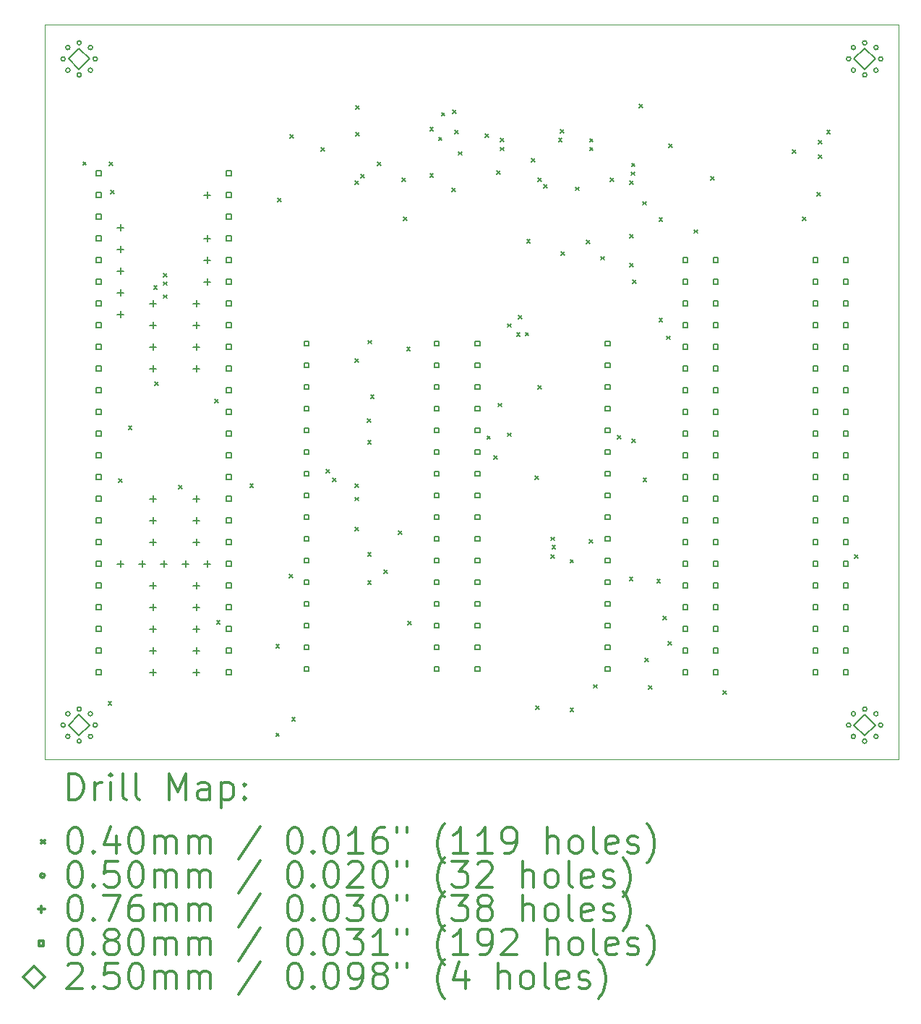
<source format=gbr>
%FSLAX45Y45*%
G04 Gerber Fmt 4.5, Leading zero omitted, Abs format (unit mm)*
G04 Created by KiCad (PCBNEW (5.1.2-1)-1) date 2020-04-08 11:54:16*
%MOMM*%
%LPD*%
G04 APERTURE LIST*
%ADD10C,0.100000*%
%ADD11C,0.200000*%
%ADD12C,0.300000*%
G04 APERTURE END LIST*
D10*
X10000000Y-15000000D02*
X10000000Y-6400000D01*
X20000000Y-15000000D02*
X10000000Y-15000000D01*
X20000000Y-6400000D02*
X20000000Y-15000000D01*
X10000000Y-6400000D02*
X20000000Y-6400000D01*
D11*
X10442650Y-8003970D02*
X10482650Y-8043970D01*
X10482650Y-8003970D02*
X10442650Y-8043970D01*
X10739940Y-14327320D02*
X10779940Y-14367320D01*
X10779940Y-14327320D02*
X10739940Y-14367320D01*
X10751010Y-8006550D02*
X10791010Y-8046550D01*
X10791010Y-8006550D02*
X10751010Y-8046550D01*
X10767070Y-8336110D02*
X10807070Y-8376110D01*
X10807070Y-8336110D02*
X10767070Y-8376110D01*
X10862020Y-11717570D02*
X10902020Y-11757570D01*
X10902020Y-11717570D02*
X10862020Y-11757570D01*
X10977760Y-11096760D02*
X11017760Y-11136760D01*
X11017760Y-11096760D02*
X10977760Y-11136760D01*
X11273980Y-9455010D02*
X11313980Y-9495010D01*
X11313980Y-9455010D02*
X11273980Y-9495010D01*
X11287540Y-10581440D02*
X11327540Y-10621440D01*
X11327540Y-10581440D02*
X11287540Y-10621440D01*
X11385000Y-9562380D02*
X11425000Y-9602380D01*
X11425000Y-9562380D02*
X11385000Y-9602380D01*
X11385170Y-9309940D02*
X11425170Y-9349940D01*
X11425170Y-9309940D02*
X11385170Y-9349940D01*
X11388740Y-9410680D02*
X11428740Y-9450680D01*
X11428740Y-9410680D02*
X11388740Y-9450680D01*
X11566680Y-11791070D02*
X11606680Y-11831070D01*
X11606680Y-11791070D02*
X11566680Y-11831070D01*
X11987950Y-10788510D02*
X12027950Y-10828510D01*
X12027950Y-10788510D02*
X11987950Y-10828510D01*
X12009180Y-13377590D02*
X12049180Y-13417590D01*
X12049180Y-13377590D02*
X12009180Y-13417590D01*
X12398670Y-11776220D02*
X12438670Y-11816220D01*
X12438670Y-11776220D02*
X12398670Y-11816220D01*
X12704580Y-14692850D02*
X12744580Y-14732850D01*
X12744580Y-14692850D02*
X12704580Y-14732850D01*
X12705380Y-13655530D02*
X12745380Y-13695530D01*
X12745380Y-13655530D02*
X12705380Y-13695530D01*
X12727820Y-8434230D02*
X12767820Y-8474230D01*
X12767820Y-8434230D02*
X12727820Y-8474230D01*
X12858260Y-12833110D02*
X12898260Y-12873110D01*
X12898260Y-12833110D02*
X12858260Y-12873110D01*
X12867570Y-7689490D02*
X12907570Y-7729490D01*
X12907570Y-7689490D02*
X12867570Y-7729490D01*
X12890720Y-14510690D02*
X12930720Y-14550690D01*
X12930720Y-14510690D02*
X12890720Y-14550690D01*
X13234550Y-7836170D02*
X13274550Y-7876170D01*
X13274550Y-7836170D02*
X13234550Y-7876170D01*
X13294370Y-11604940D02*
X13334370Y-11644940D01*
X13334370Y-11604940D02*
X13294370Y-11644940D01*
X13370630Y-11706390D02*
X13410630Y-11746390D01*
X13410630Y-11706390D02*
X13370630Y-11746390D01*
X13628490Y-11778920D02*
X13668490Y-11818920D01*
X13668490Y-11778920D02*
X13628490Y-11818920D01*
X13629950Y-8231580D02*
X13669950Y-8271580D01*
X13669950Y-8231580D02*
X13629950Y-8271580D01*
X13631230Y-12285260D02*
X13671230Y-12325260D01*
X13671230Y-12285260D02*
X13631230Y-12325260D01*
X13631440Y-11932220D02*
X13671440Y-11972220D01*
X13671440Y-11932220D02*
X13631440Y-11972220D01*
X13631620Y-10312930D02*
X13671620Y-10352930D01*
X13671620Y-10312930D02*
X13631620Y-10352930D01*
X13637530Y-7345200D02*
X13677530Y-7385200D01*
X13677530Y-7345200D02*
X13637530Y-7385200D01*
X13637530Y-7662010D02*
X13677530Y-7702010D01*
X13677530Y-7662010D02*
X13637530Y-7702010D01*
X13698300Y-8155210D02*
X13738300Y-8195210D01*
X13738300Y-8155210D02*
X13698300Y-8195210D01*
X13778130Y-11016770D02*
X13818130Y-11056770D01*
X13818130Y-11016770D02*
X13778130Y-11056770D01*
X13778700Y-12583330D02*
X13818700Y-12623330D01*
X13818700Y-12583330D02*
X13778700Y-12623330D01*
X13779330Y-11270770D02*
X13819330Y-11310770D01*
X13819330Y-11270770D02*
X13779330Y-11310770D01*
X13779880Y-12913370D02*
X13819880Y-12953370D01*
X13819880Y-12913370D02*
X13779880Y-12953370D01*
X13784990Y-10095890D02*
X13824990Y-10135890D01*
X13824990Y-10095890D02*
X13784990Y-10135890D01*
X13813330Y-10733830D02*
X13853330Y-10773830D01*
X13853330Y-10733830D02*
X13813330Y-10773830D01*
X13891330Y-8011050D02*
X13931330Y-8051050D01*
X13931330Y-8011050D02*
X13891330Y-8051050D01*
X13971850Y-12786310D02*
X14011850Y-12826310D01*
X14011850Y-12786310D02*
X13971850Y-12826310D01*
X14138550Y-12325580D02*
X14178550Y-12365580D01*
X14178550Y-12325580D02*
X14138550Y-12365580D01*
X14180910Y-8197650D02*
X14220910Y-8237650D01*
X14220910Y-8197650D02*
X14180910Y-8237650D01*
X14201170Y-8654640D02*
X14241170Y-8694640D01*
X14241170Y-8654640D02*
X14201170Y-8694640D01*
X14237120Y-10173440D02*
X14277120Y-10213440D01*
X14277120Y-10173440D02*
X14237120Y-10213440D01*
X14249910Y-13383400D02*
X14289910Y-13423400D01*
X14289910Y-13383400D02*
X14249910Y-13423400D01*
X14507360Y-8144010D02*
X14547360Y-8184010D01*
X14547360Y-8144010D02*
X14507360Y-8184010D01*
X14507860Y-7600600D02*
X14547860Y-7640600D01*
X14547860Y-7600600D02*
X14507860Y-7640600D01*
X14608330Y-7717200D02*
X14648330Y-7757200D01*
X14648330Y-7717200D02*
X14608330Y-7757200D01*
X14642320Y-7427960D02*
X14682320Y-7467960D01*
X14682320Y-7427960D02*
X14642320Y-7467960D01*
X14768420Y-8315720D02*
X14808420Y-8355720D01*
X14808420Y-8315720D02*
X14768420Y-8355720D01*
X14777130Y-7397440D02*
X14817130Y-7437440D01*
X14817130Y-7397440D02*
X14777130Y-7437440D01*
X14798830Y-7636480D02*
X14838830Y-7676480D01*
X14838830Y-7636480D02*
X14798830Y-7676480D01*
X14843480Y-7886660D02*
X14883480Y-7926660D01*
X14883480Y-7886660D02*
X14843480Y-7926660D01*
X15156880Y-7677990D02*
X15196880Y-7717990D01*
X15196880Y-7677990D02*
X15156880Y-7717990D01*
X15176810Y-11212840D02*
X15216810Y-11252840D01*
X15216810Y-11212840D02*
X15176810Y-11252840D01*
X15254770Y-11448000D02*
X15294770Y-11488000D01*
X15294770Y-11448000D02*
X15254770Y-11488000D01*
X15290840Y-8109790D02*
X15330840Y-8149790D01*
X15330840Y-8109790D02*
X15290840Y-8149790D01*
X15305780Y-10832090D02*
X15345780Y-10872090D01*
X15345780Y-10832090D02*
X15305780Y-10872090D01*
X15331390Y-7835100D02*
X15371390Y-7875100D01*
X15371390Y-7835100D02*
X15331390Y-7875100D01*
X15332950Y-7727370D02*
X15372950Y-7767370D01*
X15372950Y-7727370D02*
X15332950Y-7767370D01*
X15416590Y-11179680D02*
X15456590Y-11219680D01*
X15456590Y-11179680D02*
X15416590Y-11219680D01*
X15417460Y-9899630D02*
X15457460Y-9939630D01*
X15457460Y-9899630D02*
X15417460Y-9939630D01*
X15522980Y-10003780D02*
X15562980Y-10043780D01*
X15562980Y-10003780D02*
X15522980Y-10043780D01*
X15545390Y-9801960D02*
X15585390Y-9841960D01*
X15585390Y-9801960D02*
X15545390Y-9841960D01*
X15626090Y-10002110D02*
X15666090Y-10042110D01*
X15666090Y-10002110D02*
X15626090Y-10042110D01*
X15641120Y-8914440D02*
X15681120Y-8954440D01*
X15681120Y-8914440D02*
X15641120Y-8954440D01*
X15696150Y-7964290D02*
X15736150Y-8004290D01*
X15736150Y-7964290D02*
X15696150Y-8004290D01*
X15738920Y-11683970D02*
X15778920Y-11723970D01*
X15778920Y-11683970D02*
X15738920Y-11723970D01*
X15749180Y-14376000D02*
X15789180Y-14416000D01*
X15789180Y-14376000D02*
X15749180Y-14416000D01*
X15773920Y-8195760D02*
X15813920Y-8235760D01*
X15813920Y-8195760D02*
X15773920Y-8235760D01*
X15774290Y-10622210D02*
X15814290Y-10662210D01*
X15814290Y-10622210D02*
X15774290Y-10662210D01*
X15840370Y-8270780D02*
X15880370Y-8310780D01*
X15880370Y-8270780D02*
X15840370Y-8310780D01*
X15926520Y-12606110D02*
X15966520Y-12646110D01*
X15966520Y-12606110D02*
X15926520Y-12646110D01*
X15926800Y-12397290D02*
X15966800Y-12437290D01*
X15966800Y-12397290D02*
X15926800Y-12437290D01*
X15937830Y-12498060D02*
X15977830Y-12538060D01*
X15977830Y-12498060D02*
X15937830Y-12538060D01*
X16014430Y-7730380D02*
X16054430Y-7770380D01*
X16054430Y-7730380D02*
X16014430Y-7770380D01*
X16037260Y-7628240D02*
X16077260Y-7668240D01*
X16077260Y-7628240D02*
X16037260Y-7668240D01*
X16044000Y-9059250D02*
X16084000Y-9099250D01*
X16084000Y-9059250D02*
X16044000Y-9099250D01*
X16149160Y-14399730D02*
X16189160Y-14439730D01*
X16189160Y-14399730D02*
X16149160Y-14439730D01*
X16149600Y-12660540D02*
X16189600Y-12700540D01*
X16189600Y-12660540D02*
X16149600Y-12700540D01*
X16214350Y-8301200D02*
X16254350Y-8341200D01*
X16254350Y-8301200D02*
X16214350Y-8341200D01*
X16340930Y-8925760D02*
X16380930Y-8965760D01*
X16380930Y-8925760D02*
X16340930Y-8965760D01*
X16372280Y-12430000D02*
X16412280Y-12470000D01*
X16412280Y-12430000D02*
X16372280Y-12470000D01*
X16378010Y-7732910D02*
X16418010Y-7772910D01*
X16418010Y-7732910D02*
X16378010Y-7772910D01*
X16378330Y-7835100D02*
X16418330Y-7875100D01*
X16418330Y-7835100D02*
X16378330Y-7875100D01*
X16423640Y-14125250D02*
X16463640Y-14165250D01*
X16463640Y-14125250D02*
X16423640Y-14165250D01*
X16511830Y-9113300D02*
X16551830Y-9153300D01*
X16551830Y-9113300D02*
X16511830Y-9153300D01*
X16618020Y-8195100D02*
X16658020Y-8235100D01*
X16658020Y-8195100D02*
X16618020Y-8235100D01*
X16707250Y-11206250D02*
X16747250Y-11246250D01*
X16747250Y-11206250D02*
X16707250Y-11246250D01*
X16844370Y-12870650D02*
X16884370Y-12910650D01*
X16884370Y-12870650D02*
X16844370Y-12910650D01*
X16848600Y-8854890D02*
X16888600Y-8894890D01*
X16888600Y-8854890D02*
X16848600Y-8894890D01*
X16848700Y-8226620D02*
X16888700Y-8266620D01*
X16888700Y-8226620D02*
X16848700Y-8266620D01*
X16849770Y-9193950D02*
X16889770Y-9233950D01*
X16889770Y-9193950D02*
X16849770Y-9233950D01*
X16863230Y-8121890D02*
X16903230Y-8161890D01*
X16903230Y-8121890D02*
X16863230Y-8161890D01*
X16870060Y-8021830D02*
X16910060Y-8061830D01*
X16910060Y-8021830D02*
X16870060Y-8061830D01*
X16873350Y-11248200D02*
X16913350Y-11288200D01*
X16913350Y-11248200D02*
X16873350Y-11288200D01*
X16882240Y-9385620D02*
X16922240Y-9425620D01*
X16922240Y-9385620D02*
X16882240Y-9425620D01*
X16961770Y-7330920D02*
X17001770Y-7370920D01*
X17001770Y-7330920D02*
X16961770Y-7370920D01*
X17001070Y-8471030D02*
X17041070Y-8511030D01*
X17041070Y-8471030D02*
X17001070Y-8511030D01*
X17005060Y-11709970D02*
X17045060Y-11749970D01*
X17045060Y-11709970D02*
X17005060Y-11749970D01*
X17029430Y-13819020D02*
X17069430Y-13859020D01*
X17069430Y-13819020D02*
X17029430Y-13859020D01*
X17068780Y-14136520D02*
X17108780Y-14176520D01*
X17108780Y-14136520D02*
X17068780Y-14176520D01*
X17167190Y-12892750D02*
X17207190Y-12932750D01*
X17207190Y-12892750D02*
X17167190Y-12932750D01*
X17190850Y-8662090D02*
X17230850Y-8702090D01*
X17230850Y-8662090D02*
X17190850Y-8702090D01*
X17191600Y-9835770D02*
X17231600Y-9875770D01*
X17231600Y-9835770D02*
X17191600Y-9875770D01*
X17235700Y-13328160D02*
X17275700Y-13368160D01*
X17275700Y-13328160D02*
X17235700Y-13368160D01*
X17279460Y-10043820D02*
X17319460Y-10083820D01*
X17319460Y-10043820D02*
X17279460Y-10083820D01*
X17297580Y-13623620D02*
X17337580Y-13663620D01*
X17337580Y-13623620D02*
X17297580Y-13663620D01*
X17303680Y-7798260D02*
X17343680Y-7838260D01*
X17343680Y-7798260D02*
X17303680Y-7838260D01*
X17599700Y-8798980D02*
X17639700Y-8838980D01*
X17639700Y-8798980D02*
X17599700Y-8838980D01*
X17796920Y-8176800D02*
X17836920Y-8216800D01*
X17836920Y-8176800D02*
X17796920Y-8216800D01*
X17941140Y-14195020D02*
X17981140Y-14235020D01*
X17981140Y-14195020D02*
X17941140Y-14235020D01*
X18755500Y-7862520D02*
X18795500Y-7902520D01*
X18795500Y-7862520D02*
X18755500Y-7902520D01*
X18872390Y-8650490D02*
X18912390Y-8690490D01*
X18912390Y-8650490D02*
X18872390Y-8690490D01*
X19042500Y-8365950D02*
X19082500Y-8405950D01*
X19082500Y-8365950D02*
X19042500Y-8405950D01*
X19058480Y-7755920D02*
X19098480Y-7795920D01*
X19098480Y-7755920D02*
X19058480Y-7795920D01*
X19059530Y-7922800D02*
X19099530Y-7962800D01*
X19099530Y-7922800D02*
X19059530Y-7962800D01*
X19157000Y-7636890D02*
X19197000Y-7676890D01*
X19197000Y-7636890D02*
X19157000Y-7676890D01*
X19482950Y-12607030D02*
X19522950Y-12647030D01*
X19522950Y-12607030D02*
X19482950Y-12647030D01*
X19437500Y-6800000D02*
G75*
G03X19437500Y-6800000I-25000J0D01*
G01*
X19492418Y-6667417D02*
G75*
G03X19492418Y-6667417I-25000J0D01*
G01*
X19492418Y-6932582D02*
G75*
G03X19492418Y-6932582I-25000J0D01*
G01*
X19625000Y-6612500D02*
G75*
G03X19625000Y-6612500I-25000J0D01*
G01*
X19625000Y-6987500D02*
G75*
G03X19625000Y-6987500I-25000J0D01*
G01*
X19757583Y-6667417D02*
G75*
G03X19757583Y-6667417I-25000J0D01*
G01*
X19757583Y-6932582D02*
G75*
G03X19757583Y-6932582I-25000J0D01*
G01*
X19812500Y-6800000D02*
G75*
G03X19812500Y-6800000I-25000J0D01*
G01*
X19437500Y-14600000D02*
G75*
G03X19437500Y-14600000I-25000J0D01*
G01*
X19492418Y-14467417D02*
G75*
G03X19492418Y-14467417I-25000J0D01*
G01*
X19492418Y-14732582D02*
G75*
G03X19492418Y-14732582I-25000J0D01*
G01*
X19625000Y-14412500D02*
G75*
G03X19625000Y-14412500I-25000J0D01*
G01*
X19625000Y-14787500D02*
G75*
G03X19625000Y-14787500I-25000J0D01*
G01*
X19757583Y-14467417D02*
G75*
G03X19757583Y-14467417I-25000J0D01*
G01*
X19757583Y-14732582D02*
G75*
G03X19757583Y-14732582I-25000J0D01*
G01*
X19812500Y-14600000D02*
G75*
G03X19812500Y-14600000I-25000J0D01*
G01*
X10237500Y-6800000D02*
G75*
G03X10237500Y-6800000I-25000J0D01*
G01*
X10292418Y-6667417D02*
G75*
G03X10292418Y-6667417I-25000J0D01*
G01*
X10292418Y-6932582D02*
G75*
G03X10292418Y-6932582I-25000J0D01*
G01*
X10425000Y-6612500D02*
G75*
G03X10425000Y-6612500I-25000J0D01*
G01*
X10425000Y-6987500D02*
G75*
G03X10425000Y-6987500I-25000J0D01*
G01*
X10557583Y-6667417D02*
G75*
G03X10557583Y-6667417I-25000J0D01*
G01*
X10557583Y-6932582D02*
G75*
G03X10557583Y-6932582I-25000J0D01*
G01*
X10612500Y-6800000D02*
G75*
G03X10612500Y-6800000I-25000J0D01*
G01*
X10237500Y-14600000D02*
G75*
G03X10237500Y-14600000I-25000J0D01*
G01*
X10292418Y-14467417D02*
G75*
G03X10292418Y-14467417I-25000J0D01*
G01*
X10292418Y-14732582D02*
G75*
G03X10292418Y-14732582I-25000J0D01*
G01*
X10425000Y-14412500D02*
G75*
G03X10425000Y-14412500I-25000J0D01*
G01*
X10425000Y-14787500D02*
G75*
G03X10425000Y-14787500I-25000J0D01*
G01*
X10557583Y-14467417D02*
G75*
G03X10557583Y-14467417I-25000J0D01*
G01*
X10557583Y-14732582D02*
G75*
G03X10557583Y-14732582I-25000J0D01*
G01*
X10612500Y-14600000D02*
G75*
G03X10612500Y-14600000I-25000J0D01*
G01*
X10883900Y-8737600D02*
X10883900Y-8813800D01*
X10845800Y-8775700D02*
X10922000Y-8775700D01*
X10883900Y-8991600D02*
X10883900Y-9067800D01*
X10845800Y-9029700D02*
X10922000Y-9029700D01*
X10883900Y-9245600D02*
X10883900Y-9321800D01*
X10845800Y-9283700D02*
X10922000Y-9283700D01*
X10883900Y-9499600D02*
X10883900Y-9575800D01*
X10845800Y-9537700D02*
X10922000Y-9537700D01*
X10883900Y-9753600D02*
X10883900Y-9829800D01*
X10845800Y-9791700D02*
X10922000Y-9791700D01*
X10883900Y-12674600D02*
X10883900Y-12750800D01*
X10845800Y-12712700D02*
X10922000Y-12712700D01*
X11137900Y-12674600D02*
X11137900Y-12750800D01*
X11099800Y-12712700D02*
X11176000Y-12712700D01*
X11264900Y-9626600D02*
X11264900Y-9702800D01*
X11226800Y-9664700D02*
X11303000Y-9664700D01*
X11264900Y-9880600D02*
X11264900Y-9956800D01*
X11226800Y-9918700D02*
X11303000Y-9918700D01*
X11264900Y-10134600D02*
X11264900Y-10210800D01*
X11226800Y-10172700D02*
X11303000Y-10172700D01*
X11264900Y-10388600D02*
X11264900Y-10464800D01*
X11226800Y-10426700D02*
X11303000Y-10426700D01*
X11264900Y-11912600D02*
X11264900Y-11988800D01*
X11226800Y-11950700D02*
X11303000Y-11950700D01*
X11264900Y-12166600D02*
X11264900Y-12242800D01*
X11226800Y-12204700D02*
X11303000Y-12204700D01*
X11264900Y-12420600D02*
X11264900Y-12496800D01*
X11226800Y-12458700D02*
X11303000Y-12458700D01*
X11264900Y-12928600D02*
X11264900Y-13004800D01*
X11226800Y-12966700D02*
X11303000Y-12966700D01*
X11264900Y-13182600D02*
X11264900Y-13258800D01*
X11226800Y-13220700D02*
X11303000Y-13220700D01*
X11264900Y-13436600D02*
X11264900Y-13512800D01*
X11226800Y-13474700D02*
X11303000Y-13474700D01*
X11264900Y-13690600D02*
X11264900Y-13766800D01*
X11226800Y-13728700D02*
X11303000Y-13728700D01*
X11264900Y-13944600D02*
X11264900Y-14020800D01*
X11226800Y-13982700D02*
X11303000Y-13982700D01*
X11391900Y-12674600D02*
X11391900Y-12750800D01*
X11353800Y-12712700D02*
X11430000Y-12712700D01*
X11645900Y-12674600D02*
X11645900Y-12750800D01*
X11607800Y-12712700D02*
X11684000Y-12712700D01*
X11772900Y-9626600D02*
X11772900Y-9702800D01*
X11734800Y-9664700D02*
X11811000Y-9664700D01*
X11772900Y-9880600D02*
X11772900Y-9956800D01*
X11734800Y-9918700D02*
X11811000Y-9918700D01*
X11772900Y-10134600D02*
X11772900Y-10210800D01*
X11734800Y-10172700D02*
X11811000Y-10172700D01*
X11772900Y-10388600D02*
X11772900Y-10464800D01*
X11734800Y-10426700D02*
X11811000Y-10426700D01*
X11772900Y-11912600D02*
X11772900Y-11988800D01*
X11734800Y-11950700D02*
X11811000Y-11950700D01*
X11772900Y-12166600D02*
X11772900Y-12242800D01*
X11734800Y-12204700D02*
X11811000Y-12204700D01*
X11772900Y-12420600D02*
X11772900Y-12496800D01*
X11734800Y-12458700D02*
X11811000Y-12458700D01*
X11772900Y-12928600D02*
X11772900Y-13004800D01*
X11734800Y-12966700D02*
X11811000Y-12966700D01*
X11772900Y-13182600D02*
X11772900Y-13258800D01*
X11734800Y-13220700D02*
X11811000Y-13220700D01*
X11772900Y-13436600D02*
X11772900Y-13512800D01*
X11734800Y-13474700D02*
X11811000Y-13474700D01*
X11772900Y-13690600D02*
X11772900Y-13766800D01*
X11734800Y-13728700D02*
X11811000Y-13728700D01*
X11772900Y-13944600D02*
X11772900Y-14020800D01*
X11734800Y-13982700D02*
X11811000Y-13982700D01*
X11899900Y-8356600D02*
X11899900Y-8432800D01*
X11861800Y-8394700D02*
X11938000Y-8394700D01*
X11899900Y-8864600D02*
X11899900Y-8940800D01*
X11861800Y-8902700D02*
X11938000Y-8902700D01*
X11899900Y-9118600D02*
X11899900Y-9194800D01*
X11861800Y-9156700D02*
X11938000Y-9156700D01*
X11899900Y-9372600D02*
X11899900Y-9448800D01*
X11861800Y-9410700D02*
X11938000Y-9410700D01*
X11899900Y-12674600D02*
X11899900Y-12750800D01*
X11861800Y-12712700D02*
X11938000Y-12712700D01*
X17528885Y-9184985D02*
X17528885Y-9128416D01*
X17472316Y-9128416D01*
X17472316Y-9184985D01*
X17528885Y-9184985D01*
X17528885Y-9438985D02*
X17528885Y-9382416D01*
X17472316Y-9382416D01*
X17472316Y-9438985D01*
X17528885Y-9438985D01*
X17528885Y-9692985D02*
X17528885Y-9636416D01*
X17472316Y-9636416D01*
X17472316Y-9692985D01*
X17528885Y-9692985D01*
X17528885Y-9946985D02*
X17528885Y-9890416D01*
X17472316Y-9890416D01*
X17472316Y-9946985D01*
X17528885Y-9946985D01*
X17528885Y-10200985D02*
X17528885Y-10144416D01*
X17472316Y-10144416D01*
X17472316Y-10200985D01*
X17528885Y-10200985D01*
X17528885Y-10454985D02*
X17528885Y-10398416D01*
X17472316Y-10398416D01*
X17472316Y-10454985D01*
X17528885Y-10454985D01*
X17528885Y-10708985D02*
X17528885Y-10652416D01*
X17472316Y-10652416D01*
X17472316Y-10708985D01*
X17528885Y-10708985D01*
X17528885Y-10962985D02*
X17528885Y-10906416D01*
X17472316Y-10906416D01*
X17472316Y-10962985D01*
X17528885Y-10962985D01*
X17528885Y-11216984D02*
X17528885Y-11160416D01*
X17472316Y-11160416D01*
X17472316Y-11216984D01*
X17528885Y-11216984D01*
X17528885Y-11470984D02*
X17528885Y-11414415D01*
X17472316Y-11414415D01*
X17472316Y-11470984D01*
X17528885Y-11470984D01*
X17528885Y-11724984D02*
X17528885Y-11668415D01*
X17472316Y-11668415D01*
X17472316Y-11724984D01*
X17528885Y-11724984D01*
X17528885Y-11978984D02*
X17528885Y-11922415D01*
X17472316Y-11922415D01*
X17472316Y-11978984D01*
X17528885Y-11978984D01*
X17528885Y-12232984D02*
X17528885Y-12176415D01*
X17472316Y-12176415D01*
X17472316Y-12232984D01*
X17528885Y-12232984D01*
X17528885Y-12486984D02*
X17528885Y-12430415D01*
X17472316Y-12430415D01*
X17472316Y-12486984D01*
X17528885Y-12486984D01*
X17528885Y-12740984D02*
X17528885Y-12684415D01*
X17472316Y-12684415D01*
X17472316Y-12740984D01*
X17528885Y-12740984D01*
X17528885Y-12994984D02*
X17528885Y-12938415D01*
X17472316Y-12938415D01*
X17472316Y-12994984D01*
X17528885Y-12994984D01*
X17528885Y-13248984D02*
X17528885Y-13192415D01*
X17472316Y-13192415D01*
X17472316Y-13248984D01*
X17528885Y-13248984D01*
X17528885Y-13502984D02*
X17528885Y-13446415D01*
X17472316Y-13446415D01*
X17472316Y-13502984D01*
X17528885Y-13502984D01*
X17528885Y-13756984D02*
X17528885Y-13700415D01*
X17472316Y-13700415D01*
X17472316Y-13756984D01*
X17528885Y-13756984D01*
X17528885Y-14010984D02*
X17528885Y-13954415D01*
X17472316Y-13954415D01*
X17472316Y-14010984D01*
X17528885Y-14010984D01*
X19052885Y-9184985D02*
X19052885Y-9128416D01*
X18996316Y-9128416D01*
X18996316Y-9184985D01*
X19052885Y-9184985D01*
X19052885Y-9438985D02*
X19052885Y-9382416D01*
X18996316Y-9382416D01*
X18996316Y-9438985D01*
X19052885Y-9438985D01*
X19052885Y-9692985D02*
X19052885Y-9636416D01*
X18996316Y-9636416D01*
X18996316Y-9692985D01*
X19052885Y-9692985D01*
X19052885Y-9946985D02*
X19052885Y-9890416D01*
X18996316Y-9890416D01*
X18996316Y-9946985D01*
X19052885Y-9946985D01*
X19052885Y-10200985D02*
X19052885Y-10144416D01*
X18996316Y-10144416D01*
X18996316Y-10200985D01*
X19052885Y-10200985D01*
X19052885Y-10454985D02*
X19052885Y-10398416D01*
X18996316Y-10398416D01*
X18996316Y-10454985D01*
X19052885Y-10454985D01*
X19052885Y-10708985D02*
X19052885Y-10652416D01*
X18996316Y-10652416D01*
X18996316Y-10708985D01*
X19052885Y-10708985D01*
X19052885Y-10962985D02*
X19052885Y-10906416D01*
X18996316Y-10906416D01*
X18996316Y-10962985D01*
X19052885Y-10962985D01*
X19052885Y-11216984D02*
X19052885Y-11160416D01*
X18996316Y-11160416D01*
X18996316Y-11216984D01*
X19052885Y-11216984D01*
X19052885Y-11470984D02*
X19052885Y-11414415D01*
X18996316Y-11414415D01*
X18996316Y-11470984D01*
X19052885Y-11470984D01*
X19052885Y-11724984D02*
X19052885Y-11668415D01*
X18996316Y-11668415D01*
X18996316Y-11724984D01*
X19052885Y-11724984D01*
X19052885Y-11978984D02*
X19052885Y-11922415D01*
X18996316Y-11922415D01*
X18996316Y-11978984D01*
X19052885Y-11978984D01*
X19052885Y-12232984D02*
X19052885Y-12176415D01*
X18996316Y-12176415D01*
X18996316Y-12232984D01*
X19052885Y-12232984D01*
X19052885Y-12486984D02*
X19052885Y-12430415D01*
X18996316Y-12430415D01*
X18996316Y-12486984D01*
X19052885Y-12486984D01*
X19052885Y-12740984D02*
X19052885Y-12684415D01*
X18996316Y-12684415D01*
X18996316Y-12740984D01*
X19052885Y-12740984D01*
X19052885Y-12994984D02*
X19052885Y-12938415D01*
X18996316Y-12938415D01*
X18996316Y-12994984D01*
X19052885Y-12994984D01*
X19052885Y-13248984D02*
X19052885Y-13192415D01*
X18996316Y-13192415D01*
X18996316Y-13248984D01*
X19052885Y-13248984D01*
X19052885Y-13502984D02*
X19052885Y-13446415D01*
X18996316Y-13446415D01*
X18996316Y-13502984D01*
X19052885Y-13502984D01*
X19052885Y-13756984D02*
X19052885Y-13700415D01*
X18996316Y-13700415D01*
X18996316Y-13756984D01*
X19052885Y-13756984D01*
X19052885Y-14010984D02*
X19052885Y-13954415D01*
X18996316Y-13954415D01*
X18996316Y-14010984D01*
X19052885Y-14010984D01*
X17884485Y-9184985D02*
X17884485Y-9128416D01*
X17827916Y-9128416D01*
X17827916Y-9184985D01*
X17884485Y-9184985D01*
X17884485Y-9438985D02*
X17884485Y-9382416D01*
X17827916Y-9382416D01*
X17827916Y-9438985D01*
X17884485Y-9438985D01*
X17884485Y-9692985D02*
X17884485Y-9636416D01*
X17827916Y-9636416D01*
X17827916Y-9692985D01*
X17884485Y-9692985D01*
X17884485Y-9946985D02*
X17884485Y-9890416D01*
X17827916Y-9890416D01*
X17827916Y-9946985D01*
X17884485Y-9946985D01*
X17884485Y-10200985D02*
X17884485Y-10144416D01*
X17827916Y-10144416D01*
X17827916Y-10200985D01*
X17884485Y-10200985D01*
X17884485Y-10454985D02*
X17884485Y-10398416D01*
X17827916Y-10398416D01*
X17827916Y-10454985D01*
X17884485Y-10454985D01*
X17884485Y-10708985D02*
X17884485Y-10652416D01*
X17827916Y-10652416D01*
X17827916Y-10708985D01*
X17884485Y-10708985D01*
X17884485Y-10962985D02*
X17884485Y-10906416D01*
X17827916Y-10906416D01*
X17827916Y-10962985D01*
X17884485Y-10962985D01*
X17884485Y-11216984D02*
X17884485Y-11160416D01*
X17827916Y-11160416D01*
X17827916Y-11216984D01*
X17884485Y-11216984D01*
X17884485Y-11470984D02*
X17884485Y-11414415D01*
X17827916Y-11414415D01*
X17827916Y-11470984D01*
X17884485Y-11470984D01*
X17884485Y-11724984D02*
X17884485Y-11668415D01*
X17827916Y-11668415D01*
X17827916Y-11724984D01*
X17884485Y-11724984D01*
X17884485Y-11978984D02*
X17884485Y-11922415D01*
X17827916Y-11922415D01*
X17827916Y-11978984D01*
X17884485Y-11978984D01*
X17884485Y-12232984D02*
X17884485Y-12176415D01*
X17827916Y-12176415D01*
X17827916Y-12232984D01*
X17884485Y-12232984D01*
X17884485Y-12486984D02*
X17884485Y-12430415D01*
X17827916Y-12430415D01*
X17827916Y-12486984D01*
X17884485Y-12486984D01*
X17884485Y-12740984D02*
X17884485Y-12684415D01*
X17827916Y-12684415D01*
X17827916Y-12740984D01*
X17884485Y-12740984D01*
X17884485Y-12994984D02*
X17884485Y-12938415D01*
X17827916Y-12938415D01*
X17827916Y-12994984D01*
X17884485Y-12994984D01*
X17884485Y-13248984D02*
X17884485Y-13192415D01*
X17827916Y-13192415D01*
X17827916Y-13248984D01*
X17884485Y-13248984D01*
X17884485Y-13502984D02*
X17884485Y-13446415D01*
X17827916Y-13446415D01*
X17827916Y-13502984D01*
X17884485Y-13502984D01*
X17884485Y-13756984D02*
X17884485Y-13700415D01*
X17827916Y-13700415D01*
X17827916Y-13756984D01*
X17884485Y-13756984D01*
X17884485Y-14010984D02*
X17884485Y-13954415D01*
X17827916Y-13954415D01*
X17827916Y-14010984D01*
X17884485Y-14010984D01*
X19408485Y-9184985D02*
X19408485Y-9128416D01*
X19351916Y-9128416D01*
X19351916Y-9184985D01*
X19408485Y-9184985D01*
X19408485Y-9438985D02*
X19408485Y-9382416D01*
X19351916Y-9382416D01*
X19351916Y-9438985D01*
X19408485Y-9438985D01*
X19408485Y-9692985D02*
X19408485Y-9636416D01*
X19351916Y-9636416D01*
X19351916Y-9692985D01*
X19408485Y-9692985D01*
X19408485Y-9946985D02*
X19408485Y-9890416D01*
X19351916Y-9890416D01*
X19351916Y-9946985D01*
X19408485Y-9946985D01*
X19408485Y-10200985D02*
X19408485Y-10144416D01*
X19351916Y-10144416D01*
X19351916Y-10200985D01*
X19408485Y-10200985D01*
X19408485Y-10454985D02*
X19408485Y-10398416D01*
X19351916Y-10398416D01*
X19351916Y-10454985D01*
X19408485Y-10454985D01*
X19408485Y-10708985D02*
X19408485Y-10652416D01*
X19351916Y-10652416D01*
X19351916Y-10708985D01*
X19408485Y-10708985D01*
X19408485Y-10962985D02*
X19408485Y-10906416D01*
X19351916Y-10906416D01*
X19351916Y-10962985D01*
X19408485Y-10962985D01*
X19408485Y-11216984D02*
X19408485Y-11160416D01*
X19351916Y-11160416D01*
X19351916Y-11216984D01*
X19408485Y-11216984D01*
X19408485Y-11470984D02*
X19408485Y-11414415D01*
X19351916Y-11414415D01*
X19351916Y-11470984D01*
X19408485Y-11470984D01*
X19408485Y-11724984D02*
X19408485Y-11668415D01*
X19351916Y-11668415D01*
X19351916Y-11724984D01*
X19408485Y-11724984D01*
X19408485Y-11978984D02*
X19408485Y-11922415D01*
X19351916Y-11922415D01*
X19351916Y-11978984D01*
X19408485Y-11978984D01*
X19408485Y-12232984D02*
X19408485Y-12176415D01*
X19351916Y-12176415D01*
X19351916Y-12232984D01*
X19408485Y-12232984D01*
X19408485Y-12486984D02*
X19408485Y-12430415D01*
X19351916Y-12430415D01*
X19351916Y-12486984D01*
X19408485Y-12486984D01*
X19408485Y-12740984D02*
X19408485Y-12684415D01*
X19351916Y-12684415D01*
X19351916Y-12740984D01*
X19408485Y-12740984D01*
X19408485Y-12994984D02*
X19408485Y-12938415D01*
X19351916Y-12938415D01*
X19351916Y-12994984D01*
X19408485Y-12994984D01*
X19408485Y-13248984D02*
X19408485Y-13192415D01*
X19351916Y-13192415D01*
X19351916Y-13248984D01*
X19408485Y-13248984D01*
X19408485Y-13502984D02*
X19408485Y-13446415D01*
X19351916Y-13446415D01*
X19351916Y-13502984D01*
X19408485Y-13502984D01*
X19408485Y-13756984D02*
X19408485Y-13700415D01*
X19351916Y-13700415D01*
X19351916Y-13756984D01*
X19408485Y-13756984D01*
X19408485Y-14010984D02*
X19408485Y-13954415D01*
X19351916Y-13954415D01*
X19351916Y-14010984D01*
X19408485Y-14010984D01*
X15091784Y-10161585D02*
X15091784Y-10105016D01*
X15035215Y-10105016D01*
X15035215Y-10161585D01*
X15091784Y-10161585D01*
X15091784Y-10415585D02*
X15091784Y-10359016D01*
X15035215Y-10359016D01*
X15035215Y-10415585D01*
X15091784Y-10415585D01*
X15091784Y-10669585D02*
X15091784Y-10613016D01*
X15035215Y-10613016D01*
X15035215Y-10669585D01*
X15091784Y-10669585D01*
X15091784Y-10923585D02*
X15091784Y-10867016D01*
X15035215Y-10867016D01*
X15035215Y-10923585D01*
X15091784Y-10923585D01*
X15091784Y-11177585D02*
X15091784Y-11121016D01*
X15035215Y-11121016D01*
X15035215Y-11177585D01*
X15091784Y-11177585D01*
X15091784Y-11431584D02*
X15091784Y-11375015D01*
X15035215Y-11375015D01*
X15035215Y-11431584D01*
X15091784Y-11431584D01*
X15091784Y-11685584D02*
X15091784Y-11629015D01*
X15035215Y-11629015D01*
X15035215Y-11685584D01*
X15091784Y-11685584D01*
X15091784Y-11939584D02*
X15091784Y-11883015D01*
X15035215Y-11883015D01*
X15035215Y-11939584D01*
X15091784Y-11939584D01*
X15091784Y-12193584D02*
X15091784Y-12137015D01*
X15035215Y-12137015D01*
X15035215Y-12193584D01*
X15091784Y-12193584D01*
X15091784Y-12447584D02*
X15091784Y-12391015D01*
X15035215Y-12391015D01*
X15035215Y-12447584D01*
X15091784Y-12447584D01*
X15091784Y-12701584D02*
X15091784Y-12645015D01*
X15035215Y-12645015D01*
X15035215Y-12701584D01*
X15091784Y-12701584D01*
X15091784Y-12955584D02*
X15091784Y-12899015D01*
X15035215Y-12899015D01*
X15035215Y-12955584D01*
X15091784Y-12955584D01*
X15091784Y-13209584D02*
X15091784Y-13153015D01*
X15035215Y-13153015D01*
X15035215Y-13209584D01*
X15091784Y-13209584D01*
X15091784Y-13463584D02*
X15091784Y-13407015D01*
X15035215Y-13407015D01*
X15035215Y-13463584D01*
X15091784Y-13463584D01*
X15091784Y-13717584D02*
X15091784Y-13661015D01*
X15035215Y-13661015D01*
X15035215Y-13717584D01*
X15091784Y-13717584D01*
X15091784Y-13971584D02*
X15091784Y-13915015D01*
X15035215Y-13915015D01*
X15035215Y-13971584D01*
X15091784Y-13971584D01*
X16615784Y-10161585D02*
X16615784Y-10105016D01*
X16559215Y-10105016D01*
X16559215Y-10161585D01*
X16615784Y-10161585D01*
X16615784Y-10415585D02*
X16615784Y-10359016D01*
X16559215Y-10359016D01*
X16559215Y-10415585D01*
X16615784Y-10415585D01*
X16615784Y-10669585D02*
X16615784Y-10613016D01*
X16559215Y-10613016D01*
X16559215Y-10669585D01*
X16615784Y-10669585D01*
X16615784Y-10923585D02*
X16615784Y-10867016D01*
X16559215Y-10867016D01*
X16559215Y-10923585D01*
X16615784Y-10923585D01*
X16615784Y-11177585D02*
X16615784Y-11121016D01*
X16559215Y-11121016D01*
X16559215Y-11177585D01*
X16615784Y-11177585D01*
X16615784Y-11431584D02*
X16615784Y-11375015D01*
X16559215Y-11375015D01*
X16559215Y-11431584D01*
X16615784Y-11431584D01*
X16615784Y-11685584D02*
X16615784Y-11629015D01*
X16559215Y-11629015D01*
X16559215Y-11685584D01*
X16615784Y-11685584D01*
X16615784Y-11939584D02*
X16615784Y-11883015D01*
X16559215Y-11883015D01*
X16559215Y-11939584D01*
X16615784Y-11939584D01*
X16615784Y-12193584D02*
X16615784Y-12137015D01*
X16559215Y-12137015D01*
X16559215Y-12193584D01*
X16615784Y-12193584D01*
X16615784Y-12447584D02*
X16615784Y-12391015D01*
X16559215Y-12391015D01*
X16559215Y-12447584D01*
X16615784Y-12447584D01*
X16615784Y-12701584D02*
X16615784Y-12645015D01*
X16559215Y-12645015D01*
X16559215Y-12701584D01*
X16615784Y-12701584D01*
X16615784Y-12955584D02*
X16615784Y-12899015D01*
X16559215Y-12899015D01*
X16559215Y-12955584D01*
X16615784Y-12955584D01*
X16615784Y-13209584D02*
X16615784Y-13153015D01*
X16559215Y-13153015D01*
X16559215Y-13209584D01*
X16615784Y-13209584D01*
X16615784Y-13463584D02*
X16615784Y-13407015D01*
X16559215Y-13407015D01*
X16559215Y-13463584D01*
X16615784Y-13463584D01*
X16615784Y-13717584D02*
X16615784Y-13661015D01*
X16559215Y-13661015D01*
X16559215Y-13717584D01*
X16615784Y-13717584D01*
X16615784Y-13971584D02*
X16615784Y-13915015D01*
X16559215Y-13915015D01*
X16559215Y-13971584D01*
X16615784Y-13971584D01*
X13091784Y-10161585D02*
X13091784Y-10105016D01*
X13035215Y-10105016D01*
X13035215Y-10161585D01*
X13091784Y-10161585D01*
X13091784Y-10415585D02*
X13091784Y-10359016D01*
X13035215Y-10359016D01*
X13035215Y-10415585D01*
X13091784Y-10415585D01*
X13091784Y-10669585D02*
X13091784Y-10613016D01*
X13035215Y-10613016D01*
X13035215Y-10669585D01*
X13091784Y-10669585D01*
X13091784Y-10923585D02*
X13091784Y-10867016D01*
X13035215Y-10867016D01*
X13035215Y-10923585D01*
X13091784Y-10923585D01*
X13091784Y-11177585D02*
X13091784Y-11121016D01*
X13035215Y-11121016D01*
X13035215Y-11177585D01*
X13091784Y-11177585D01*
X13091784Y-11431584D02*
X13091784Y-11375015D01*
X13035215Y-11375015D01*
X13035215Y-11431584D01*
X13091784Y-11431584D01*
X13091784Y-11685584D02*
X13091784Y-11629015D01*
X13035215Y-11629015D01*
X13035215Y-11685584D01*
X13091784Y-11685584D01*
X13091784Y-11939584D02*
X13091784Y-11883015D01*
X13035215Y-11883015D01*
X13035215Y-11939584D01*
X13091784Y-11939584D01*
X13091784Y-12193584D02*
X13091784Y-12137015D01*
X13035215Y-12137015D01*
X13035215Y-12193584D01*
X13091784Y-12193584D01*
X13091784Y-12447584D02*
X13091784Y-12391015D01*
X13035215Y-12391015D01*
X13035215Y-12447584D01*
X13091784Y-12447584D01*
X13091784Y-12701584D02*
X13091784Y-12645015D01*
X13035215Y-12645015D01*
X13035215Y-12701584D01*
X13091784Y-12701584D01*
X13091784Y-12955584D02*
X13091784Y-12899015D01*
X13035215Y-12899015D01*
X13035215Y-12955584D01*
X13091784Y-12955584D01*
X13091784Y-13209584D02*
X13091784Y-13153015D01*
X13035215Y-13153015D01*
X13035215Y-13209584D01*
X13091784Y-13209584D01*
X13091784Y-13463584D02*
X13091784Y-13407015D01*
X13035215Y-13407015D01*
X13035215Y-13463584D01*
X13091784Y-13463584D01*
X13091784Y-13717584D02*
X13091784Y-13661015D01*
X13035215Y-13661015D01*
X13035215Y-13717584D01*
X13091784Y-13717584D01*
X13091784Y-13971584D02*
X13091784Y-13915015D01*
X13035215Y-13915015D01*
X13035215Y-13971584D01*
X13091784Y-13971584D01*
X14615784Y-10161585D02*
X14615784Y-10105016D01*
X14559215Y-10105016D01*
X14559215Y-10161585D01*
X14615784Y-10161585D01*
X14615784Y-10415585D02*
X14615784Y-10359016D01*
X14559215Y-10359016D01*
X14559215Y-10415585D01*
X14615784Y-10415585D01*
X14615784Y-10669585D02*
X14615784Y-10613016D01*
X14559215Y-10613016D01*
X14559215Y-10669585D01*
X14615784Y-10669585D01*
X14615784Y-10923585D02*
X14615784Y-10867016D01*
X14559215Y-10867016D01*
X14559215Y-10923585D01*
X14615784Y-10923585D01*
X14615784Y-11177585D02*
X14615784Y-11121016D01*
X14559215Y-11121016D01*
X14559215Y-11177585D01*
X14615784Y-11177585D01*
X14615784Y-11431584D02*
X14615784Y-11375015D01*
X14559215Y-11375015D01*
X14559215Y-11431584D01*
X14615784Y-11431584D01*
X14615784Y-11685584D02*
X14615784Y-11629015D01*
X14559215Y-11629015D01*
X14559215Y-11685584D01*
X14615784Y-11685584D01*
X14615784Y-11939584D02*
X14615784Y-11883015D01*
X14559215Y-11883015D01*
X14559215Y-11939584D01*
X14615784Y-11939584D01*
X14615784Y-12193584D02*
X14615784Y-12137015D01*
X14559215Y-12137015D01*
X14559215Y-12193584D01*
X14615784Y-12193584D01*
X14615784Y-12447584D02*
X14615784Y-12391015D01*
X14559215Y-12391015D01*
X14559215Y-12447584D01*
X14615784Y-12447584D01*
X14615784Y-12701584D02*
X14615784Y-12645015D01*
X14559215Y-12645015D01*
X14559215Y-12701584D01*
X14615784Y-12701584D01*
X14615784Y-12955584D02*
X14615784Y-12899015D01*
X14559215Y-12899015D01*
X14559215Y-12955584D01*
X14615784Y-12955584D01*
X14615784Y-13209584D02*
X14615784Y-13153015D01*
X14559215Y-13153015D01*
X14559215Y-13209584D01*
X14615784Y-13209584D01*
X14615784Y-13463584D02*
X14615784Y-13407015D01*
X14559215Y-13407015D01*
X14559215Y-13463584D01*
X14615784Y-13463584D01*
X14615784Y-13717584D02*
X14615784Y-13661015D01*
X14559215Y-13661015D01*
X14559215Y-13717584D01*
X14615784Y-13717584D01*
X14615784Y-13971584D02*
X14615784Y-13915015D01*
X14559215Y-13915015D01*
X14559215Y-13971584D01*
X14615784Y-13971584D01*
X10658185Y-8168984D02*
X10658185Y-8112415D01*
X10601616Y-8112415D01*
X10601616Y-8168984D01*
X10658185Y-8168984D01*
X10658185Y-8422985D02*
X10658185Y-8366415D01*
X10601616Y-8366415D01*
X10601616Y-8422985D01*
X10658185Y-8422985D01*
X10658185Y-8676985D02*
X10658185Y-8620416D01*
X10601616Y-8620416D01*
X10601616Y-8676985D01*
X10658185Y-8676985D01*
X10658185Y-8930985D02*
X10658185Y-8874416D01*
X10601616Y-8874416D01*
X10601616Y-8930985D01*
X10658185Y-8930985D01*
X10658185Y-9184985D02*
X10658185Y-9128416D01*
X10601616Y-9128416D01*
X10601616Y-9184985D01*
X10658185Y-9184985D01*
X10658185Y-9438985D02*
X10658185Y-9382416D01*
X10601616Y-9382416D01*
X10601616Y-9438985D01*
X10658185Y-9438985D01*
X10658185Y-9692985D02*
X10658185Y-9636416D01*
X10601616Y-9636416D01*
X10601616Y-9692985D01*
X10658185Y-9692985D01*
X10658185Y-9946985D02*
X10658185Y-9890416D01*
X10601616Y-9890416D01*
X10601616Y-9946985D01*
X10658185Y-9946985D01*
X10658185Y-10200985D02*
X10658185Y-10144416D01*
X10601616Y-10144416D01*
X10601616Y-10200985D01*
X10658185Y-10200985D01*
X10658185Y-10454985D02*
X10658185Y-10398416D01*
X10601616Y-10398416D01*
X10601616Y-10454985D01*
X10658185Y-10454985D01*
X10658185Y-10708985D02*
X10658185Y-10652416D01*
X10601616Y-10652416D01*
X10601616Y-10708985D01*
X10658185Y-10708985D01*
X10658185Y-10962985D02*
X10658185Y-10906416D01*
X10601616Y-10906416D01*
X10601616Y-10962985D01*
X10658185Y-10962985D01*
X10658185Y-11216984D02*
X10658185Y-11160416D01*
X10601616Y-11160416D01*
X10601616Y-11216984D01*
X10658185Y-11216984D01*
X10658185Y-11470984D02*
X10658185Y-11414415D01*
X10601616Y-11414415D01*
X10601616Y-11470984D01*
X10658185Y-11470984D01*
X10658185Y-11724984D02*
X10658185Y-11668415D01*
X10601616Y-11668415D01*
X10601616Y-11724984D01*
X10658185Y-11724984D01*
X10658185Y-11978984D02*
X10658185Y-11922415D01*
X10601616Y-11922415D01*
X10601616Y-11978984D01*
X10658185Y-11978984D01*
X10658185Y-12232984D02*
X10658185Y-12176415D01*
X10601616Y-12176415D01*
X10601616Y-12232984D01*
X10658185Y-12232984D01*
X10658185Y-12486984D02*
X10658185Y-12430415D01*
X10601616Y-12430415D01*
X10601616Y-12486984D01*
X10658185Y-12486984D01*
X10658185Y-12740984D02*
X10658185Y-12684415D01*
X10601616Y-12684415D01*
X10601616Y-12740984D01*
X10658185Y-12740984D01*
X10658185Y-12994984D02*
X10658185Y-12938415D01*
X10601616Y-12938415D01*
X10601616Y-12994984D01*
X10658185Y-12994984D01*
X10658185Y-13248984D02*
X10658185Y-13192415D01*
X10601616Y-13192415D01*
X10601616Y-13248984D01*
X10658185Y-13248984D01*
X10658185Y-13502984D02*
X10658185Y-13446415D01*
X10601616Y-13446415D01*
X10601616Y-13502984D01*
X10658185Y-13502984D01*
X10658185Y-13756984D02*
X10658185Y-13700415D01*
X10601616Y-13700415D01*
X10601616Y-13756984D01*
X10658185Y-13756984D01*
X10658185Y-14010984D02*
X10658185Y-13954415D01*
X10601616Y-13954415D01*
X10601616Y-14010984D01*
X10658185Y-14010984D01*
X12182184Y-8168984D02*
X12182184Y-8112415D01*
X12125615Y-8112415D01*
X12125615Y-8168984D01*
X12182184Y-8168984D01*
X12182184Y-8422985D02*
X12182184Y-8366415D01*
X12125615Y-8366415D01*
X12125615Y-8422985D01*
X12182184Y-8422985D01*
X12182184Y-8676985D02*
X12182184Y-8620416D01*
X12125615Y-8620416D01*
X12125615Y-8676985D01*
X12182184Y-8676985D01*
X12182184Y-8930985D02*
X12182184Y-8874416D01*
X12125615Y-8874416D01*
X12125615Y-8930985D01*
X12182184Y-8930985D01*
X12182184Y-9184985D02*
X12182184Y-9128416D01*
X12125615Y-9128416D01*
X12125615Y-9184985D01*
X12182184Y-9184985D01*
X12182184Y-9438985D02*
X12182184Y-9382416D01*
X12125615Y-9382416D01*
X12125615Y-9438985D01*
X12182184Y-9438985D01*
X12182184Y-9692985D02*
X12182184Y-9636416D01*
X12125615Y-9636416D01*
X12125615Y-9692985D01*
X12182184Y-9692985D01*
X12182184Y-9946985D02*
X12182184Y-9890416D01*
X12125615Y-9890416D01*
X12125615Y-9946985D01*
X12182184Y-9946985D01*
X12182184Y-10200985D02*
X12182184Y-10144416D01*
X12125615Y-10144416D01*
X12125615Y-10200985D01*
X12182184Y-10200985D01*
X12182184Y-10454985D02*
X12182184Y-10398416D01*
X12125615Y-10398416D01*
X12125615Y-10454985D01*
X12182184Y-10454985D01*
X12182184Y-10708985D02*
X12182184Y-10652416D01*
X12125615Y-10652416D01*
X12125615Y-10708985D01*
X12182184Y-10708985D01*
X12182184Y-10962985D02*
X12182184Y-10906416D01*
X12125615Y-10906416D01*
X12125615Y-10962985D01*
X12182184Y-10962985D01*
X12182184Y-11216984D02*
X12182184Y-11160416D01*
X12125615Y-11160416D01*
X12125615Y-11216984D01*
X12182184Y-11216984D01*
X12182184Y-11470984D02*
X12182184Y-11414415D01*
X12125615Y-11414415D01*
X12125615Y-11470984D01*
X12182184Y-11470984D01*
X12182184Y-11724984D02*
X12182184Y-11668415D01*
X12125615Y-11668415D01*
X12125615Y-11724984D01*
X12182184Y-11724984D01*
X12182184Y-11978984D02*
X12182184Y-11922415D01*
X12125615Y-11922415D01*
X12125615Y-11978984D01*
X12182184Y-11978984D01*
X12182184Y-12232984D02*
X12182184Y-12176415D01*
X12125615Y-12176415D01*
X12125615Y-12232984D01*
X12182184Y-12232984D01*
X12182184Y-12486984D02*
X12182184Y-12430415D01*
X12125615Y-12430415D01*
X12125615Y-12486984D01*
X12182184Y-12486984D01*
X12182184Y-12740984D02*
X12182184Y-12684415D01*
X12125615Y-12684415D01*
X12125615Y-12740984D01*
X12182184Y-12740984D01*
X12182184Y-12994984D02*
X12182184Y-12938415D01*
X12125615Y-12938415D01*
X12125615Y-12994984D01*
X12182184Y-12994984D01*
X12182184Y-13248984D02*
X12182184Y-13192415D01*
X12125615Y-13192415D01*
X12125615Y-13248984D01*
X12182184Y-13248984D01*
X12182184Y-13502984D02*
X12182184Y-13446415D01*
X12125615Y-13446415D01*
X12125615Y-13502984D01*
X12182184Y-13502984D01*
X12182184Y-13756984D02*
X12182184Y-13700415D01*
X12125615Y-13700415D01*
X12125615Y-13756984D01*
X12182184Y-13756984D01*
X12182184Y-14010984D02*
X12182184Y-13954415D01*
X12125615Y-13954415D01*
X12125615Y-14010984D01*
X12182184Y-14010984D01*
X19600000Y-14725000D02*
X19725000Y-14600000D01*
X19600000Y-14475000D01*
X19475000Y-14600000D01*
X19600000Y-14725000D01*
X10400000Y-6925000D02*
X10525000Y-6800000D01*
X10400000Y-6675000D01*
X10275000Y-6800000D01*
X10400000Y-6925000D01*
X10400000Y-14725000D02*
X10525000Y-14600000D01*
X10400000Y-14475000D01*
X10275000Y-14600000D01*
X10400000Y-14725000D01*
X19600000Y-6925000D02*
X19725000Y-6800000D01*
X19600000Y-6675000D01*
X19475000Y-6800000D01*
X19600000Y-6925000D01*
D12*
X10281428Y-15470714D02*
X10281428Y-15170714D01*
X10352857Y-15170714D01*
X10395714Y-15185000D01*
X10424286Y-15213571D01*
X10438571Y-15242143D01*
X10452857Y-15299286D01*
X10452857Y-15342143D01*
X10438571Y-15399286D01*
X10424286Y-15427857D01*
X10395714Y-15456429D01*
X10352857Y-15470714D01*
X10281428Y-15470714D01*
X10581428Y-15470714D02*
X10581428Y-15270714D01*
X10581428Y-15327857D02*
X10595714Y-15299286D01*
X10610000Y-15285000D01*
X10638571Y-15270714D01*
X10667143Y-15270714D01*
X10767143Y-15470714D02*
X10767143Y-15270714D01*
X10767143Y-15170714D02*
X10752857Y-15185000D01*
X10767143Y-15199286D01*
X10781428Y-15185000D01*
X10767143Y-15170714D01*
X10767143Y-15199286D01*
X10952857Y-15470714D02*
X10924286Y-15456429D01*
X10910000Y-15427857D01*
X10910000Y-15170714D01*
X11110000Y-15470714D02*
X11081428Y-15456429D01*
X11067143Y-15427857D01*
X11067143Y-15170714D01*
X11452857Y-15470714D02*
X11452857Y-15170714D01*
X11552857Y-15385000D01*
X11652857Y-15170714D01*
X11652857Y-15470714D01*
X11924286Y-15470714D02*
X11924286Y-15313571D01*
X11910000Y-15285000D01*
X11881428Y-15270714D01*
X11824286Y-15270714D01*
X11795714Y-15285000D01*
X11924286Y-15456429D02*
X11895714Y-15470714D01*
X11824286Y-15470714D01*
X11795714Y-15456429D01*
X11781428Y-15427857D01*
X11781428Y-15399286D01*
X11795714Y-15370714D01*
X11824286Y-15356429D01*
X11895714Y-15356429D01*
X11924286Y-15342143D01*
X12067143Y-15270714D02*
X12067143Y-15570714D01*
X12067143Y-15285000D02*
X12095714Y-15270714D01*
X12152857Y-15270714D01*
X12181428Y-15285000D01*
X12195714Y-15299286D01*
X12210000Y-15327857D01*
X12210000Y-15413571D01*
X12195714Y-15442143D01*
X12181428Y-15456429D01*
X12152857Y-15470714D01*
X12095714Y-15470714D01*
X12067143Y-15456429D01*
X12338571Y-15442143D02*
X12352857Y-15456429D01*
X12338571Y-15470714D01*
X12324286Y-15456429D01*
X12338571Y-15442143D01*
X12338571Y-15470714D01*
X12338571Y-15285000D02*
X12352857Y-15299286D01*
X12338571Y-15313571D01*
X12324286Y-15299286D01*
X12338571Y-15285000D01*
X12338571Y-15313571D01*
X9955000Y-15945000D02*
X9995000Y-15985000D01*
X9995000Y-15945000D02*
X9955000Y-15985000D01*
X10338571Y-15800714D02*
X10367143Y-15800714D01*
X10395714Y-15815000D01*
X10410000Y-15829286D01*
X10424286Y-15857857D01*
X10438571Y-15915000D01*
X10438571Y-15986429D01*
X10424286Y-16043571D01*
X10410000Y-16072143D01*
X10395714Y-16086429D01*
X10367143Y-16100714D01*
X10338571Y-16100714D01*
X10310000Y-16086429D01*
X10295714Y-16072143D01*
X10281428Y-16043571D01*
X10267143Y-15986429D01*
X10267143Y-15915000D01*
X10281428Y-15857857D01*
X10295714Y-15829286D01*
X10310000Y-15815000D01*
X10338571Y-15800714D01*
X10567143Y-16072143D02*
X10581428Y-16086429D01*
X10567143Y-16100714D01*
X10552857Y-16086429D01*
X10567143Y-16072143D01*
X10567143Y-16100714D01*
X10838571Y-15900714D02*
X10838571Y-16100714D01*
X10767143Y-15786429D02*
X10695714Y-16000714D01*
X10881428Y-16000714D01*
X11052857Y-15800714D02*
X11081428Y-15800714D01*
X11110000Y-15815000D01*
X11124286Y-15829286D01*
X11138571Y-15857857D01*
X11152857Y-15915000D01*
X11152857Y-15986429D01*
X11138571Y-16043571D01*
X11124286Y-16072143D01*
X11110000Y-16086429D01*
X11081428Y-16100714D01*
X11052857Y-16100714D01*
X11024286Y-16086429D01*
X11010000Y-16072143D01*
X10995714Y-16043571D01*
X10981428Y-15986429D01*
X10981428Y-15915000D01*
X10995714Y-15857857D01*
X11010000Y-15829286D01*
X11024286Y-15815000D01*
X11052857Y-15800714D01*
X11281428Y-16100714D02*
X11281428Y-15900714D01*
X11281428Y-15929286D02*
X11295714Y-15915000D01*
X11324286Y-15900714D01*
X11367143Y-15900714D01*
X11395714Y-15915000D01*
X11410000Y-15943571D01*
X11410000Y-16100714D01*
X11410000Y-15943571D02*
X11424286Y-15915000D01*
X11452857Y-15900714D01*
X11495714Y-15900714D01*
X11524286Y-15915000D01*
X11538571Y-15943571D01*
X11538571Y-16100714D01*
X11681428Y-16100714D02*
X11681428Y-15900714D01*
X11681428Y-15929286D02*
X11695714Y-15915000D01*
X11724286Y-15900714D01*
X11767143Y-15900714D01*
X11795714Y-15915000D01*
X11810000Y-15943571D01*
X11810000Y-16100714D01*
X11810000Y-15943571D02*
X11824286Y-15915000D01*
X11852857Y-15900714D01*
X11895714Y-15900714D01*
X11924286Y-15915000D01*
X11938571Y-15943571D01*
X11938571Y-16100714D01*
X12524286Y-15786429D02*
X12267143Y-16172143D01*
X12910000Y-15800714D02*
X12938571Y-15800714D01*
X12967143Y-15815000D01*
X12981428Y-15829286D01*
X12995714Y-15857857D01*
X13010000Y-15915000D01*
X13010000Y-15986429D01*
X12995714Y-16043571D01*
X12981428Y-16072143D01*
X12967143Y-16086429D01*
X12938571Y-16100714D01*
X12910000Y-16100714D01*
X12881428Y-16086429D01*
X12867143Y-16072143D01*
X12852857Y-16043571D01*
X12838571Y-15986429D01*
X12838571Y-15915000D01*
X12852857Y-15857857D01*
X12867143Y-15829286D01*
X12881428Y-15815000D01*
X12910000Y-15800714D01*
X13138571Y-16072143D02*
X13152857Y-16086429D01*
X13138571Y-16100714D01*
X13124286Y-16086429D01*
X13138571Y-16072143D01*
X13138571Y-16100714D01*
X13338571Y-15800714D02*
X13367143Y-15800714D01*
X13395714Y-15815000D01*
X13410000Y-15829286D01*
X13424286Y-15857857D01*
X13438571Y-15915000D01*
X13438571Y-15986429D01*
X13424286Y-16043571D01*
X13410000Y-16072143D01*
X13395714Y-16086429D01*
X13367143Y-16100714D01*
X13338571Y-16100714D01*
X13310000Y-16086429D01*
X13295714Y-16072143D01*
X13281428Y-16043571D01*
X13267143Y-15986429D01*
X13267143Y-15915000D01*
X13281428Y-15857857D01*
X13295714Y-15829286D01*
X13310000Y-15815000D01*
X13338571Y-15800714D01*
X13724286Y-16100714D02*
X13552857Y-16100714D01*
X13638571Y-16100714D02*
X13638571Y-15800714D01*
X13610000Y-15843571D01*
X13581428Y-15872143D01*
X13552857Y-15886429D01*
X13981428Y-15800714D02*
X13924286Y-15800714D01*
X13895714Y-15815000D01*
X13881428Y-15829286D01*
X13852857Y-15872143D01*
X13838571Y-15929286D01*
X13838571Y-16043571D01*
X13852857Y-16072143D01*
X13867143Y-16086429D01*
X13895714Y-16100714D01*
X13952857Y-16100714D01*
X13981428Y-16086429D01*
X13995714Y-16072143D01*
X14010000Y-16043571D01*
X14010000Y-15972143D01*
X13995714Y-15943571D01*
X13981428Y-15929286D01*
X13952857Y-15915000D01*
X13895714Y-15915000D01*
X13867143Y-15929286D01*
X13852857Y-15943571D01*
X13838571Y-15972143D01*
X14124286Y-15800714D02*
X14124286Y-15857857D01*
X14238571Y-15800714D02*
X14238571Y-15857857D01*
X14681428Y-16215000D02*
X14667143Y-16200714D01*
X14638571Y-16157857D01*
X14624286Y-16129286D01*
X14610000Y-16086429D01*
X14595714Y-16015000D01*
X14595714Y-15957857D01*
X14610000Y-15886429D01*
X14624286Y-15843571D01*
X14638571Y-15815000D01*
X14667143Y-15772143D01*
X14681428Y-15757857D01*
X14952857Y-16100714D02*
X14781428Y-16100714D01*
X14867143Y-16100714D02*
X14867143Y-15800714D01*
X14838571Y-15843571D01*
X14810000Y-15872143D01*
X14781428Y-15886429D01*
X15238571Y-16100714D02*
X15067143Y-16100714D01*
X15152857Y-16100714D02*
X15152857Y-15800714D01*
X15124286Y-15843571D01*
X15095714Y-15872143D01*
X15067143Y-15886429D01*
X15381428Y-16100714D02*
X15438571Y-16100714D01*
X15467143Y-16086429D01*
X15481428Y-16072143D01*
X15510000Y-16029286D01*
X15524286Y-15972143D01*
X15524286Y-15857857D01*
X15510000Y-15829286D01*
X15495714Y-15815000D01*
X15467143Y-15800714D01*
X15410000Y-15800714D01*
X15381428Y-15815000D01*
X15367143Y-15829286D01*
X15352857Y-15857857D01*
X15352857Y-15929286D01*
X15367143Y-15957857D01*
X15381428Y-15972143D01*
X15410000Y-15986429D01*
X15467143Y-15986429D01*
X15495714Y-15972143D01*
X15510000Y-15957857D01*
X15524286Y-15929286D01*
X15881428Y-16100714D02*
X15881428Y-15800714D01*
X16010000Y-16100714D02*
X16010000Y-15943571D01*
X15995714Y-15915000D01*
X15967143Y-15900714D01*
X15924286Y-15900714D01*
X15895714Y-15915000D01*
X15881428Y-15929286D01*
X16195714Y-16100714D02*
X16167143Y-16086429D01*
X16152857Y-16072143D01*
X16138571Y-16043571D01*
X16138571Y-15957857D01*
X16152857Y-15929286D01*
X16167143Y-15915000D01*
X16195714Y-15900714D01*
X16238571Y-15900714D01*
X16267143Y-15915000D01*
X16281428Y-15929286D01*
X16295714Y-15957857D01*
X16295714Y-16043571D01*
X16281428Y-16072143D01*
X16267143Y-16086429D01*
X16238571Y-16100714D01*
X16195714Y-16100714D01*
X16467143Y-16100714D02*
X16438571Y-16086429D01*
X16424286Y-16057857D01*
X16424286Y-15800714D01*
X16695714Y-16086429D02*
X16667143Y-16100714D01*
X16610000Y-16100714D01*
X16581428Y-16086429D01*
X16567143Y-16057857D01*
X16567143Y-15943571D01*
X16581428Y-15915000D01*
X16610000Y-15900714D01*
X16667143Y-15900714D01*
X16695714Y-15915000D01*
X16710000Y-15943571D01*
X16710000Y-15972143D01*
X16567143Y-16000714D01*
X16824286Y-16086429D02*
X16852857Y-16100714D01*
X16910000Y-16100714D01*
X16938571Y-16086429D01*
X16952857Y-16057857D01*
X16952857Y-16043571D01*
X16938571Y-16015000D01*
X16910000Y-16000714D01*
X16867143Y-16000714D01*
X16838571Y-15986429D01*
X16824286Y-15957857D01*
X16824286Y-15943571D01*
X16838571Y-15915000D01*
X16867143Y-15900714D01*
X16910000Y-15900714D01*
X16938571Y-15915000D01*
X17052857Y-16215000D02*
X17067143Y-16200714D01*
X17095714Y-16157857D01*
X17110000Y-16129286D01*
X17124286Y-16086429D01*
X17138571Y-16015000D01*
X17138571Y-15957857D01*
X17124286Y-15886429D01*
X17110000Y-15843571D01*
X17095714Y-15815000D01*
X17067143Y-15772143D01*
X17052857Y-15757857D01*
X9995000Y-16361000D02*
G75*
G03X9995000Y-16361000I-25000J0D01*
G01*
X10338571Y-16196714D02*
X10367143Y-16196714D01*
X10395714Y-16211000D01*
X10410000Y-16225286D01*
X10424286Y-16253857D01*
X10438571Y-16311000D01*
X10438571Y-16382429D01*
X10424286Y-16439571D01*
X10410000Y-16468143D01*
X10395714Y-16482429D01*
X10367143Y-16496714D01*
X10338571Y-16496714D01*
X10310000Y-16482429D01*
X10295714Y-16468143D01*
X10281428Y-16439571D01*
X10267143Y-16382429D01*
X10267143Y-16311000D01*
X10281428Y-16253857D01*
X10295714Y-16225286D01*
X10310000Y-16211000D01*
X10338571Y-16196714D01*
X10567143Y-16468143D02*
X10581428Y-16482429D01*
X10567143Y-16496714D01*
X10552857Y-16482429D01*
X10567143Y-16468143D01*
X10567143Y-16496714D01*
X10852857Y-16196714D02*
X10710000Y-16196714D01*
X10695714Y-16339571D01*
X10710000Y-16325286D01*
X10738571Y-16311000D01*
X10810000Y-16311000D01*
X10838571Y-16325286D01*
X10852857Y-16339571D01*
X10867143Y-16368143D01*
X10867143Y-16439571D01*
X10852857Y-16468143D01*
X10838571Y-16482429D01*
X10810000Y-16496714D01*
X10738571Y-16496714D01*
X10710000Y-16482429D01*
X10695714Y-16468143D01*
X11052857Y-16196714D02*
X11081428Y-16196714D01*
X11110000Y-16211000D01*
X11124286Y-16225286D01*
X11138571Y-16253857D01*
X11152857Y-16311000D01*
X11152857Y-16382429D01*
X11138571Y-16439571D01*
X11124286Y-16468143D01*
X11110000Y-16482429D01*
X11081428Y-16496714D01*
X11052857Y-16496714D01*
X11024286Y-16482429D01*
X11010000Y-16468143D01*
X10995714Y-16439571D01*
X10981428Y-16382429D01*
X10981428Y-16311000D01*
X10995714Y-16253857D01*
X11010000Y-16225286D01*
X11024286Y-16211000D01*
X11052857Y-16196714D01*
X11281428Y-16496714D02*
X11281428Y-16296714D01*
X11281428Y-16325286D02*
X11295714Y-16311000D01*
X11324286Y-16296714D01*
X11367143Y-16296714D01*
X11395714Y-16311000D01*
X11410000Y-16339571D01*
X11410000Y-16496714D01*
X11410000Y-16339571D02*
X11424286Y-16311000D01*
X11452857Y-16296714D01*
X11495714Y-16296714D01*
X11524286Y-16311000D01*
X11538571Y-16339571D01*
X11538571Y-16496714D01*
X11681428Y-16496714D02*
X11681428Y-16296714D01*
X11681428Y-16325286D02*
X11695714Y-16311000D01*
X11724286Y-16296714D01*
X11767143Y-16296714D01*
X11795714Y-16311000D01*
X11810000Y-16339571D01*
X11810000Y-16496714D01*
X11810000Y-16339571D02*
X11824286Y-16311000D01*
X11852857Y-16296714D01*
X11895714Y-16296714D01*
X11924286Y-16311000D01*
X11938571Y-16339571D01*
X11938571Y-16496714D01*
X12524286Y-16182429D02*
X12267143Y-16568143D01*
X12910000Y-16196714D02*
X12938571Y-16196714D01*
X12967143Y-16211000D01*
X12981428Y-16225286D01*
X12995714Y-16253857D01*
X13010000Y-16311000D01*
X13010000Y-16382429D01*
X12995714Y-16439571D01*
X12981428Y-16468143D01*
X12967143Y-16482429D01*
X12938571Y-16496714D01*
X12910000Y-16496714D01*
X12881428Y-16482429D01*
X12867143Y-16468143D01*
X12852857Y-16439571D01*
X12838571Y-16382429D01*
X12838571Y-16311000D01*
X12852857Y-16253857D01*
X12867143Y-16225286D01*
X12881428Y-16211000D01*
X12910000Y-16196714D01*
X13138571Y-16468143D02*
X13152857Y-16482429D01*
X13138571Y-16496714D01*
X13124286Y-16482429D01*
X13138571Y-16468143D01*
X13138571Y-16496714D01*
X13338571Y-16196714D02*
X13367143Y-16196714D01*
X13395714Y-16211000D01*
X13410000Y-16225286D01*
X13424286Y-16253857D01*
X13438571Y-16311000D01*
X13438571Y-16382429D01*
X13424286Y-16439571D01*
X13410000Y-16468143D01*
X13395714Y-16482429D01*
X13367143Y-16496714D01*
X13338571Y-16496714D01*
X13310000Y-16482429D01*
X13295714Y-16468143D01*
X13281428Y-16439571D01*
X13267143Y-16382429D01*
X13267143Y-16311000D01*
X13281428Y-16253857D01*
X13295714Y-16225286D01*
X13310000Y-16211000D01*
X13338571Y-16196714D01*
X13552857Y-16225286D02*
X13567143Y-16211000D01*
X13595714Y-16196714D01*
X13667143Y-16196714D01*
X13695714Y-16211000D01*
X13710000Y-16225286D01*
X13724286Y-16253857D01*
X13724286Y-16282429D01*
X13710000Y-16325286D01*
X13538571Y-16496714D01*
X13724286Y-16496714D01*
X13910000Y-16196714D02*
X13938571Y-16196714D01*
X13967143Y-16211000D01*
X13981428Y-16225286D01*
X13995714Y-16253857D01*
X14010000Y-16311000D01*
X14010000Y-16382429D01*
X13995714Y-16439571D01*
X13981428Y-16468143D01*
X13967143Y-16482429D01*
X13938571Y-16496714D01*
X13910000Y-16496714D01*
X13881428Y-16482429D01*
X13867143Y-16468143D01*
X13852857Y-16439571D01*
X13838571Y-16382429D01*
X13838571Y-16311000D01*
X13852857Y-16253857D01*
X13867143Y-16225286D01*
X13881428Y-16211000D01*
X13910000Y-16196714D01*
X14124286Y-16196714D02*
X14124286Y-16253857D01*
X14238571Y-16196714D02*
X14238571Y-16253857D01*
X14681428Y-16611000D02*
X14667143Y-16596714D01*
X14638571Y-16553857D01*
X14624286Y-16525286D01*
X14610000Y-16482429D01*
X14595714Y-16411000D01*
X14595714Y-16353857D01*
X14610000Y-16282429D01*
X14624286Y-16239571D01*
X14638571Y-16211000D01*
X14667143Y-16168143D01*
X14681428Y-16153857D01*
X14767143Y-16196714D02*
X14952857Y-16196714D01*
X14852857Y-16311000D01*
X14895714Y-16311000D01*
X14924286Y-16325286D01*
X14938571Y-16339571D01*
X14952857Y-16368143D01*
X14952857Y-16439571D01*
X14938571Y-16468143D01*
X14924286Y-16482429D01*
X14895714Y-16496714D01*
X14810000Y-16496714D01*
X14781428Y-16482429D01*
X14767143Y-16468143D01*
X15067143Y-16225286D02*
X15081428Y-16211000D01*
X15110000Y-16196714D01*
X15181428Y-16196714D01*
X15210000Y-16211000D01*
X15224286Y-16225286D01*
X15238571Y-16253857D01*
X15238571Y-16282429D01*
X15224286Y-16325286D01*
X15052857Y-16496714D01*
X15238571Y-16496714D01*
X15595714Y-16496714D02*
X15595714Y-16196714D01*
X15724286Y-16496714D02*
X15724286Y-16339571D01*
X15710000Y-16311000D01*
X15681428Y-16296714D01*
X15638571Y-16296714D01*
X15610000Y-16311000D01*
X15595714Y-16325286D01*
X15910000Y-16496714D02*
X15881428Y-16482429D01*
X15867143Y-16468143D01*
X15852857Y-16439571D01*
X15852857Y-16353857D01*
X15867143Y-16325286D01*
X15881428Y-16311000D01*
X15910000Y-16296714D01*
X15952857Y-16296714D01*
X15981428Y-16311000D01*
X15995714Y-16325286D01*
X16010000Y-16353857D01*
X16010000Y-16439571D01*
X15995714Y-16468143D01*
X15981428Y-16482429D01*
X15952857Y-16496714D01*
X15910000Y-16496714D01*
X16181428Y-16496714D02*
X16152857Y-16482429D01*
X16138571Y-16453857D01*
X16138571Y-16196714D01*
X16410000Y-16482429D02*
X16381428Y-16496714D01*
X16324286Y-16496714D01*
X16295714Y-16482429D01*
X16281428Y-16453857D01*
X16281428Y-16339571D01*
X16295714Y-16311000D01*
X16324286Y-16296714D01*
X16381428Y-16296714D01*
X16410000Y-16311000D01*
X16424286Y-16339571D01*
X16424286Y-16368143D01*
X16281428Y-16396714D01*
X16538571Y-16482429D02*
X16567143Y-16496714D01*
X16624286Y-16496714D01*
X16652857Y-16482429D01*
X16667143Y-16453857D01*
X16667143Y-16439571D01*
X16652857Y-16411000D01*
X16624286Y-16396714D01*
X16581428Y-16396714D01*
X16552857Y-16382429D01*
X16538571Y-16353857D01*
X16538571Y-16339571D01*
X16552857Y-16311000D01*
X16581428Y-16296714D01*
X16624286Y-16296714D01*
X16652857Y-16311000D01*
X16767143Y-16611000D02*
X16781428Y-16596714D01*
X16810000Y-16553857D01*
X16824286Y-16525286D01*
X16838571Y-16482429D01*
X16852857Y-16411000D01*
X16852857Y-16353857D01*
X16838571Y-16282429D01*
X16824286Y-16239571D01*
X16810000Y-16211000D01*
X16781428Y-16168143D01*
X16767143Y-16153857D01*
X9956900Y-16718900D02*
X9956900Y-16795100D01*
X9918800Y-16757000D02*
X9995000Y-16757000D01*
X10338571Y-16592714D02*
X10367143Y-16592714D01*
X10395714Y-16607000D01*
X10410000Y-16621286D01*
X10424286Y-16649857D01*
X10438571Y-16707000D01*
X10438571Y-16778429D01*
X10424286Y-16835572D01*
X10410000Y-16864143D01*
X10395714Y-16878429D01*
X10367143Y-16892714D01*
X10338571Y-16892714D01*
X10310000Y-16878429D01*
X10295714Y-16864143D01*
X10281428Y-16835572D01*
X10267143Y-16778429D01*
X10267143Y-16707000D01*
X10281428Y-16649857D01*
X10295714Y-16621286D01*
X10310000Y-16607000D01*
X10338571Y-16592714D01*
X10567143Y-16864143D02*
X10581428Y-16878429D01*
X10567143Y-16892714D01*
X10552857Y-16878429D01*
X10567143Y-16864143D01*
X10567143Y-16892714D01*
X10681428Y-16592714D02*
X10881428Y-16592714D01*
X10752857Y-16892714D01*
X11124286Y-16592714D02*
X11067143Y-16592714D01*
X11038571Y-16607000D01*
X11024286Y-16621286D01*
X10995714Y-16664143D01*
X10981428Y-16721286D01*
X10981428Y-16835572D01*
X10995714Y-16864143D01*
X11010000Y-16878429D01*
X11038571Y-16892714D01*
X11095714Y-16892714D01*
X11124286Y-16878429D01*
X11138571Y-16864143D01*
X11152857Y-16835572D01*
X11152857Y-16764143D01*
X11138571Y-16735571D01*
X11124286Y-16721286D01*
X11095714Y-16707000D01*
X11038571Y-16707000D01*
X11010000Y-16721286D01*
X10995714Y-16735571D01*
X10981428Y-16764143D01*
X11281428Y-16892714D02*
X11281428Y-16692714D01*
X11281428Y-16721286D02*
X11295714Y-16707000D01*
X11324286Y-16692714D01*
X11367143Y-16692714D01*
X11395714Y-16707000D01*
X11410000Y-16735571D01*
X11410000Y-16892714D01*
X11410000Y-16735571D02*
X11424286Y-16707000D01*
X11452857Y-16692714D01*
X11495714Y-16692714D01*
X11524286Y-16707000D01*
X11538571Y-16735571D01*
X11538571Y-16892714D01*
X11681428Y-16892714D02*
X11681428Y-16692714D01*
X11681428Y-16721286D02*
X11695714Y-16707000D01*
X11724286Y-16692714D01*
X11767143Y-16692714D01*
X11795714Y-16707000D01*
X11810000Y-16735571D01*
X11810000Y-16892714D01*
X11810000Y-16735571D02*
X11824286Y-16707000D01*
X11852857Y-16692714D01*
X11895714Y-16692714D01*
X11924286Y-16707000D01*
X11938571Y-16735571D01*
X11938571Y-16892714D01*
X12524286Y-16578429D02*
X12267143Y-16964143D01*
X12910000Y-16592714D02*
X12938571Y-16592714D01*
X12967143Y-16607000D01*
X12981428Y-16621286D01*
X12995714Y-16649857D01*
X13010000Y-16707000D01*
X13010000Y-16778429D01*
X12995714Y-16835572D01*
X12981428Y-16864143D01*
X12967143Y-16878429D01*
X12938571Y-16892714D01*
X12910000Y-16892714D01*
X12881428Y-16878429D01*
X12867143Y-16864143D01*
X12852857Y-16835572D01*
X12838571Y-16778429D01*
X12838571Y-16707000D01*
X12852857Y-16649857D01*
X12867143Y-16621286D01*
X12881428Y-16607000D01*
X12910000Y-16592714D01*
X13138571Y-16864143D02*
X13152857Y-16878429D01*
X13138571Y-16892714D01*
X13124286Y-16878429D01*
X13138571Y-16864143D01*
X13138571Y-16892714D01*
X13338571Y-16592714D02*
X13367143Y-16592714D01*
X13395714Y-16607000D01*
X13410000Y-16621286D01*
X13424286Y-16649857D01*
X13438571Y-16707000D01*
X13438571Y-16778429D01*
X13424286Y-16835572D01*
X13410000Y-16864143D01*
X13395714Y-16878429D01*
X13367143Y-16892714D01*
X13338571Y-16892714D01*
X13310000Y-16878429D01*
X13295714Y-16864143D01*
X13281428Y-16835572D01*
X13267143Y-16778429D01*
X13267143Y-16707000D01*
X13281428Y-16649857D01*
X13295714Y-16621286D01*
X13310000Y-16607000D01*
X13338571Y-16592714D01*
X13538571Y-16592714D02*
X13724286Y-16592714D01*
X13624286Y-16707000D01*
X13667143Y-16707000D01*
X13695714Y-16721286D01*
X13710000Y-16735571D01*
X13724286Y-16764143D01*
X13724286Y-16835572D01*
X13710000Y-16864143D01*
X13695714Y-16878429D01*
X13667143Y-16892714D01*
X13581428Y-16892714D01*
X13552857Y-16878429D01*
X13538571Y-16864143D01*
X13910000Y-16592714D02*
X13938571Y-16592714D01*
X13967143Y-16607000D01*
X13981428Y-16621286D01*
X13995714Y-16649857D01*
X14010000Y-16707000D01*
X14010000Y-16778429D01*
X13995714Y-16835572D01*
X13981428Y-16864143D01*
X13967143Y-16878429D01*
X13938571Y-16892714D01*
X13910000Y-16892714D01*
X13881428Y-16878429D01*
X13867143Y-16864143D01*
X13852857Y-16835572D01*
X13838571Y-16778429D01*
X13838571Y-16707000D01*
X13852857Y-16649857D01*
X13867143Y-16621286D01*
X13881428Y-16607000D01*
X13910000Y-16592714D01*
X14124286Y-16592714D02*
X14124286Y-16649857D01*
X14238571Y-16592714D02*
X14238571Y-16649857D01*
X14681428Y-17007000D02*
X14667143Y-16992714D01*
X14638571Y-16949857D01*
X14624286Y-16921286D01*
X14610000Y-16878429D01*
X14595714Y-16807000D01*
X14595714Y-16749857D01*
X14610000Y-16678429D01*
X14624286Y-16635571D01*
X14638571Y-16607000D01*
X14667143Y-16564143D01*
X14681428Y-16549857D01*
X14767143Y-16592714D02*
X14952857Y-16592714D01*
X14852857Y-16707000D01*
X14895714Y-16707000D01*
X14924286Y-16721286D01*
X14938571Y-16735571D01*
X14952857Y-16764143D01*
X14952857Y-16835572D01*
X14938571Y-16864143D01*
X14924286Y-16878429D01*
X14895714Y-16892714D01*
X14810000Y-16892714D01*
X14781428Y-16878429D01*
X14767143Y-16864143D01*
X15124286Y-16721286D02*
X15095714Y-16707000D01*
X15081428Y-16692714D01*
X15067143Y-16664143D01*
X15067143Y-16649857D01*
X15081428Y-16621286D01*
X15095714Y-16607000D01*
X15124286Y-16592714D01*
X15181428Y-16592714D01*
X15210000Y-16607000D01*
X15224286Y-16621286D01*
X15238571Y-16649857D01*
X15238571Y-16664143D01*
X15224286Y-16692714D01*
X15210000Y-16707000D01*
X15181428Y-16721286D01*
X15124286Y-16721286D01*
X15095714Y-16735571D01*
X15081428Y-16749857D01*
X15067143Y-16778429D01*
X15067143Y-16835572D01*
X15081428Y-16864143D01*
X15095714Y-16878429D01*
X15124286Y-16892714D01*
X15181428Y-16892714D01*
X15210000Y-16878429D01*
X15224286Y-16864143D01*
X15238571Y-16835572D01*
X15238571Y-16778429D01*
X15224286Y-16749857D01*
X15210000Y-16735571D01*
X15181428Y-16721286D01*
X15595714Y-16892714D02*
X15595714Y-16592714D01*
X15724286Y-16892714D02*
X15724286Y-16735571D01*
X15710000Y-16707000D01*
X15681428Y-16692714D01*
X15638571Y-16692714D01*
X15610000Y-16707000D01*
X15595714Y-16721286D01*
X15910000Y-16892714D02*
X15881428Y-16878429D01*
X15867143Y-16864143D01*
X15852857Y-16835572D01*
X15852857Y-16749857D01*
X15867143Y-16721286D01*
X15881428Y-16707000D01*
X15910000Y-16692714D01*
X15952857Y-16692714D01*
X15981428Y-16707000D01*
X15995714Y-16721286D01*
X16010000Y-16749857D01*
X16010000Y-16835572D01*
X15995714Y-16864143D01*
X15981428Y-16878429D01*
X15952857Y-16892714D01*
X15910000Y-16892714D01*
X16181428Y-16892714D02*
X16152857Y-16878429D01*
X16138571Y-16849857D01*
X16138571Y-16592714D01*
X16410000Y-16878429D02*
X16381428Y-16892714D01*
X16324286Y-16892714D01*
X16295714Y-16878429D01*
X16281428Y-16849857D01*
X16281428Y-16735571D01*
X16295714Y-16707000D01*
X16324286Y-16692714D01*
X16381428Y-16692714D01*
X16410000Y-16707000D01*
X16424286Y-16735571D01*
X16424286Y-16764143D01*
X16281428Y-16792714D01*
X16538571Y-16878429D02*
X16567143Y-16892714D01*
X16624286Y-16892714D01*
X16652857Y-16878429D01*
X16667143Y-16849857D01*
X16667143Y-16835572D01*
X16652857Y-16807000D01*
X16624286Y-16792714D01*
X16581428Y-16792714D01*
X16552857Y-16778429D01*
X16538571Y-16749857D01*
X16538571Y-16735571D01*
X16552857Y-16707000D01*
X16581428Y-16692714D01*
X16624286Y-16692714D01*
X16652857Y-16707000D01*
X16767143Y-17007000D02*
X16781428Y-16992714D01*
X16810000Y-16949857D01*
X16824286Y-16921286D01*
X16838571Y-16878429D01*
X16852857Y-16807000D01*
X16852857Y-16749857D01*
X16838571Y-16678429D01*
X16824286Y-16635571D01*
X16810000Y-16607000D01*
X16781428Y-16564143D01*
X16767143Y-16549857D01*
X9983284Y-17181285D02*
X9983284Y-17124716D01*
X9926715Y-17124716D01*
X9926715Y-17181285D01*
X9983284Y-17181285D01*
X10338571Y-16988714D02*
X10367143Y-16988714D01*
X10395714Y-17003000D01*
X10410000Y-17017286D01*
X10424286Y-17045857D01*
X10438571Y-17103000D01*
X10438571Y-17174429D01*
X10424286Y-17231572D01*
X10410000Y-17260143D01*
X10395714Y-17274429D01*
X10367143Y-17288714D01*
X10338571Y-17288714D01*
X10310000Y-17274429D01*
X10295714Y-17260143D01*
X10281428Y-17231572D01*
X10267143Y-17174429D01*
X10267143Y-17103000D01*
X10281428Y-17045857D01*
X10295714Y-17017286D01*
X10310000Y-17003000D01*
X10338571Y-16988714D01*
X10567143Y-17260143D02*
X10581428Y-17274429D01*
X10567143Y-17288714D01*
X10552857Y-17274429D01*
X10567143Y-17260143D01*
X10567143Y-17288714D01*
X10752857Y-17117286D02*
X10724286Y-17103000D01*
X10710000Y-17088714D01*
X10695714Y-17060143D01*
X10695714Y-17045857D01*
X10710000Y-17017286D01*
X10724286Y-17003000D01*
X10752857Y-16988714D01*
X10810000Y-16988714D01*
X10838571Y-17003000D01*
X10852857Y-17017286D01*
X10867143Y-17045857D01*
X10867143Y-17060143D01*
X10852857Y-17088714D01*
X10838571Y-17103000D01*
X10810000Y-17117286D01*
X10752857Y-17117286D01*
X10724286Y-17131572D01*
X10710000Y-17145857D01*
X10695714Y-17174429D01*
X10695714Y-17231572D01*
X10710000Y-17260143D01*
X10724286Y-17274429D01*
X10752857Y-17288714D01*
X10810000Y-17288714D01*
X10838571Y-17274429D01*
X10852857Y-17260143D01*
X10867143Y-17231572D01*
X10867143Y-17174429D01*
X10852857Y-17145857D01*
X10838571Y-17131572D01*
X10810000Y-17117286D01*
X11052857Y-16988714D02*
X11081428Y-16988714D01*
X11110000Y-17003000D01*
X11124286Y-17017286D01*
X11138571Y-17045857D01*
X11152857Y-17103000D01*
X11152857Y-17174429D01*
X11138571Y-17231572D01*
X11124286Y-17260143D01*
X11110000Y-17274429D01*
X11081428Y-17288714D01*
X11052857Y-17288714D01*
X11024286Y-17274429D01*
X11010000Y-17260143D01*
X10995714Y-17231572D01*
X10981428Y-17174429D01*
X10981428Y-17103000D01*
X10995714Y-17045857D01*
X11010000Y-17017286D01*
X11024286Y-17003000D01*
X11052857Y-16988714D01*
X11281428Y-17288714D02*
X11281428Y-17088714D01*
X11281428Y-17117286D02*
X11295714Y-17103000D01*
X11324286Y-17088714D01*
X11367143Y-17088714D01*
X11395714Y-17103000D01*
X11410000Y-17131572D01*
X11410000Y-17288714D01*
X11410000Y-17131572D02*
X11424286Y-17103000D01*
X11452857Y-17088714D01*
X11495714Y-17088714D01*
X11524286Y-17103000D01*
X11538571Y-17131572D01*
X11538571Y-17288714D01*
X11681428Y-17288714D02*
X11681428Y-17088714D01*
X11681428Y-17117286D02*
X11695714Y-17103000D01*
X11724286Y-17088714D01*
X11767143Y-17088714D01*
X11795714Y-17103000D01*
X11810000Y-17131572D01*
X11810000Y-17288714D01*
X11810000Y-17131572D02*
X11824286Y-17103000D01*
X11852857Y-17088714D01*
X11895714Y-17088714D01*
X11924286Y-17103000D01*
X11938571Y-17131572D01*
X11938571Y-17288714D01*
X12524286Y-16974429D02*
X12267143Y-17360143D01*
X12910000Y-16988714D02*
X12938571Y-16988714D01*
X12967143Y-17003000D01*
X12981428Y-17017286D01*
X12995714Y-17045857D01*
X13010000Y-17103000D01*
X13010000Y-17174429D01*
X12995714Y-17231572D01*
X12981428Y-17260143D01*
X12967143Y-17274429D01*
X12938571Y-17288714D01*
X12910000Y-17288714D01*
X12881428Y-17274429D01*
X12867143Y-17260143D01*
X12852857Y-17231572D01*
X12838571Y-17174429D01*
X12838571Y-17103000D01*
X12852857Y-17045857D01*
X12867143Y-17017286D01*
X12881428Y-17003000D01*
X12910000Y-16988714D01*
X13138571Y-17260143D02*
X13152857Y-17274429D01*
X13138571Y-17288714D01*
X13124286Y-17274429D01*
X13138571Y-17260143D01*
X13138571Y-17288714D01*
X13338571Y-16988714D02*
X13367143Y-16988714D01*
X13395714Y-17003000D01*
X13410000Y-17017286D01*
X13424286Y-17045857D01*
X13438571Y-17103000D01*
X13438571Y-17174429D01*
X13424286Y-17231572D01*
X13410000Y-17260143D01*
X13395714Y-17274429D01*
X13367143Y-17288714D01*
X13338571Y-17288714D01*
X13310000Y-17274429D01*
X13295714Y-17260143D01*
X13281428Y-17231572D01*
X13267143Y-17174429D01*
X13267143Y-17103000D01*
X13281428Y-17045857D01*
X13295714Y-17017286D01*
X13310000Y-17003000D01*
X13338571Y-16988714D01*
X13538571Y-16988714D02*
X13724286Y-16988714D01*
X13624286Y-17103000D01*
X13667143Y-17103000D01*
X13695714Y-17117286D01*
X13710000Y-17131572D01*
X13724286Y-17160143D01*
X13724286Y-17231572D01*
X13710000Y-17260143D01*
X13695714Y-17274429D01*
X13667143Y-17288714D01*
X13581428Y-17288714D01*
X13552857Y-17274429D01*
X13538571Y-17260143D01*
X14010000Y-17288714D02*
X13838571Y-17288714D01*
X13924286Y-17288714D02*
X13924286Y-16988714D01*
X13895714Y-17031572D01*
X13867143Y-17060143D01*
X13838571Y-17074429D01*
X14124286Y-16988714D02*
X14124286Y-17045857D01*
X14238571Y-16988714D02*
X14238571Y-17045857D01*
X14681428Y-17403000D02*
X14667143Y-17388714D01*
X14638571Y-17345857D01*
X14624286Y-17317286D01*
X14610000Y-17274429D01*
X14595714Y-17203000D01*
X14595714Y-17145857D01*
X14610000Y-17074429D01*
X14624286Y-17031572D01*
X14638571Y-17003000D01*
X14667143Y-16960143D01*
X14681428Y-16945857D01*
X14952857Y-17288714D02*
X14781428Y-17288714D01*
X14867143Y-17288714D02*
X14867143Y-16988714D01*
X14838571Y-17031572D01*
X14810000Y-17060143D01*
X14781428Y-17074429D01*
X15095714Y-17288714D02*
X15152857Y-17288714D01*
X15181428Y-17274429D01*
X15195714Y-17260143D01*
X15224286Y-17217286D01*
X15238571Y-17160143D01*
X15238571Y-17045857D01*
X15224286Y-17017286D01*
X15210000Y-17003000D01*
X15181428Y-16988714D01*
X15124286Y-16988714D01*
X15095714Y-17003000D01*
X15081428Y-17017286D01*
X15067143Y-17045857D01*
X15067143Y-17117286D01*
X15081428Y-17145857D01*
X15095714Y-17160143D01*
X15124286Y-17174429D01*
X15181428Y-17174429D01*
X15210000Y-17160143D01*
X15224286Y-17145857D01*
X15238571Y-17117286D01*
X15352857Y-17017286D02*
X15367143Y-17003000D01*
X15395714Y-16988714D01*
X15467143Y-16988714D01*
X15495714Y-17003000D01*
X15510000Y-17017286D01*
X15524286Y-17045857D01*
X15524286Y-17074429D01*
X15510000Y-17117286D01*
X15338571Y-17288714D01*
X15524286Y-17288714D01*
X15881428Y-17288714D02*
X15881428Y-16988714D01*
X16010000Y-17288714D02*
X16010000Y-17131572D01*
X15995714Y-17103000D01*
X15967143Y-17088714D01*
X15924286Y-17088714D01*
X15895714Y-17103000D01*
X15881428Y-17117286D01*
X16195714Y-17288714D02*
X16167143Y-17274429D01*
X16152857Y-17260143D01*
X16138571Y-17231572D01*
X16138571Y-17145857D01*
X16152857Y-17117286D01*
X16167143Y-17103000D01*
X16195714Y-17088714D01*
X16238571Y-17088714D01*
X16267143Y-17103000D01*
X16281428Y-17117286D01*
X16295714Y-17145857D01*
X16295714Y-17231572D01*
X16281428Y-17260143D01*
X16267143Y-17274429D01*
X16238571Y-17288714D01*
X16195714Y-17288714D01*
X16467143Y-17288714D02*
X16438571Y-17274429D01*
X16424286Y-17245857D01*
X16424286Y-16988714D01*
X16695714Y-17274429D02*
X16667143Y-17288714D01*
X16610000Y-17288714D01*
X16581428Y-17274429D01*
X16567143Y-17245857D01*
X16567143Y-17131572D01*
X16581428Y-17103000D01*
X16610000Y-17088714D01*
X16667143Y-17088714D01*
X16695714Y-17103000D01*
X16710000Y-17131572D01*
X16710000Y-17160143D01*
X16567143Y-17188714D01*
X16824286Y-17274429D02*
X16852857Y-17288714D01*
X16910000Y-17288714D01*
X16938571Y-17274429D01*
X16952857Y-17245857D01*
X16952857Y-17231572D01*
X16938571Y-17203000D01*
X16910000Y-17188714D01*
X16867143Y-17188714D01*
X16838571Y-17174429D01*
X16824286Y-17145857D01*
X16824286Y-17131572D01*
X16838571Y-17103000D01*
X16867143Y-17088714D01*
X16910000Y-17088714D01*
X16938571Y-17103000D01*
X17052857Y-17403000D02*
X17067143Y-17388714D01*
X17095714Y-17345857D01*
X17110000Y-17317286D01*
X17124286Y-17274429D01*
X17138571Y-17203000D01*
X17138571Y-17145857D01*
X17124286Y-17074429D01*
X17110000Y-17031572D01*
X17095714Y-17003000D01*
X17067143Y-16960143D01*
X17052857Y-16945857D01*
X9870000Y-17674000D02*
X9995000Y-17549000D01*
X9870000Y-17424000D01*
X9745000Y-17549000D01*
X9870000Y-17674000D01*
X10267143Y-17413286D02*
X10281428Y-17399000D01*
X10310000Y-17384714D01*
X10381428Y-17384714D01*
X10410000Y-17399000D01*
X10424286Y-17413286D01*
X10438571Y-17441857D01*
X10438571Y-17470429D01*
X10424286Y-17513286D01*
X10252857Y-17684714D01*
X10438571Y-17684714D01*
X10567143Y-17656143D02*
X10581428Y-17670429D01*
X10567143Y-17684714D01*
X10552857Y-17670429D01*
X10567143Y-17656143D01*
X10567143Y-17684714D01*
X10852857Y-17384714D02*
X10710000Y-17384714D01*
X10695714Y-17527572D01*
X10710000Y-17513286D01*
X10738571Y-17499000D01*
X10810000Y-17499000D01*
X10838571Y-17513286D01*
X10852857Y-17527572D01*
X10867143Y-17556143D01*
X10867143Y-17627572D01*
X10852857Y-17656143D01*
X10838571Y-17670429D01*
X10810000Y-17684714D01*
X10738571Y-17684714D01*
X10710000Y-17670429D01*
X10695714Y-17656143D01*
X11052857Y-17384714D02*
X11081428Y-17384714D01*
X11110000Y-17399000D01*
X11124286Y-17413286D01*
X11138571Y-17441857D01*
X11152857Y-17499000D01*
X11152857Y-17570429D01*
X11138571Y-17627572D01*
X11124286Y-17656143D01*
X11110000Y-17670429D01*
X11081428Y-17684714D01*
X11052857Y-17684714D01*
X11024286Y-17670429D01*
X11010000Y-17656143D01*
X10995714Y-17627572D01*
X10981428Y-17570429D01*
X10981428Y-17499000D01*
X10995714Y-17441857D01*
X11010000Y-17413286D01*
X11024286Y-17399000D01*
X11052857Y-17384714D01*
X11281428Y-17684714D02*
X11281428Y-17484714D01*
X11281428Y-17513286D02*
X11295714Y-17499000D01*
X11324286Y-17484714D01*
X11367143Y-17484714D01*
X11395714Y-17499000D01*
X11410000Y-17527572D01*
X11410000Y-17684714D01*
X11410000Y-17527572D02*
X11424286Y-17499000D01*
X11452857Y-17484714D01*
X11495714Y-17484714D01*
X11524286Y-17499000D01*
X11538571Y-17527572D01*
X11538571Y-17684714D01*
X11681428Y-17684714D02*
X11681428Y-17484714D01*
X11681428Y-17513286D02*
X11695714Y-17499000D01*
X11724286Y-17484714D01*
X11767143Y-17484714D01*
X11795714Y-17499000D01*
X11810000Y-17527572D01*
X11810000Y-17684714D01*
X11810000Y-17527572D02*
X11824286Y-17499000D01*
X11852857Y-17484714D01*
X11895714Y-17484714D01*
X11924286Y-17499000D01*
X11938571Y-17527572D01*
X11938571Y-17684714D01*
X12524286Y-17370429D02*
X12267143Y-17756143D01*
X12910000Y-17384714D02*
X12938571Y-17384714D01*
X12967143Y-17399000D01*
X12981428Y-17413286D01*
X12995714Y-17441857D01*
X13010000Y-17499000D01*
X13010000Y-17570429D01*
X12995714Y-17627572D01*
X12981428Y-17656143D01*
X12967143Y-17670429D01*
X12938571Y-17684714D01*
X12910000Y-17684714D01*
X12881428Y-17670429D01*
X12867143Y-17656143D01*
X12852857Y-17627572D01*
X12838571Y-17570429D01*
X12838571Y-17499000D01*
X12852857Y-17441857D01*
X12867143Y-17413286D01*
X12881428Y-17399000D01*
X12910000Y-17384714D01*
X13138571Y-17656143D02*
X13152857Y-17670429D01*
X13138571Y-17684714D01*
X13124286Y-17670429D01*
X13138571Y-17656143D01*
X13138571Y-17684714D01*
X13338571Y-17384714D02*
X13367143Y-17384714D01*
X13395714Y-17399000D01*
X13410000Y-17413286D01*
X13424286Y-17441857D01*
X13438571Y-17499000D01*
X13438571Y-17570429D01*
X13424286Y-17627572D01*
X13410000Y-17656143D01*
X13395714Y-17670429D01*
X13367143Y-17684714D01*
X13338571Y-17684714D01*
X13310000Y-17670429D01*
X13295714Y-17656143D01*
X13281428Y-17627572D01*
X13267143Y-17570429D01*
X13267143Y-17499000D01*
X13281428Y-17441857D01*
X13295714Y-17413286D01*
X13310000Y-17399000D01*
X13338571Y-17384714D01*
X13581428Y-17684714D02*
X13638571Y-17684714D01*
X13667143Y-17670429D01*
X13681428Y-17656143D01*
X13710000Y-17613286D01*
X13724286Y-17556143D01*
X13724286Y-17441857D01*
X13710000Y-17413286D01*
X13695714Y-17399000D01*
X13667143Y-17384714D01*
X13610000Y-17384714D01*
X13581428Y-17399000D01*
X13567143Y-17413286D01*
X13552857Y-17441857D01*
X13552857Y-17513286D01*
X13567143Y-17541857D01*
X13581428Y-17556143D01*
X13610000Y-17570429D01*
X13667143Y-17570429D01*
X13695714Y-17556143D01*
X13710000Y-17541857D01*
X13724286Y-17513286D01*
X13895714Y-17513286D02*
X13867143Y-17499000D01*
X13852857Y-17484714D01*
X13838571Y-17456143D01*
X13838571Y-17441857D01*
X13852857Y-17413286D01*
X13867143Y-17399000D01*
X13895714Y-17384714D01*
X13952857Y-17384714D01*
X13981428Y-17399000D01*
X13995714Y-17413286D01*
X14010000Y-17441857D01*
X14010000Y-17456143D01*
X13995714Y-17484714D01*
X13981428Y-17499000D01*
X13952857Y-17513286D01*
X13895714Y-17513286D01*
X13867143Y-17527572D01*
X13852857Y-17541857D01*
X13838571Y-17570429D01*
X13838571Y-17627572D01*
X13852857Y-17656143D01*
X13867143Y-17670429D01*
X13895714Y-17684714D01*
X13952857Y-17684714D01*
X13981428Y-17670429D01*
X13995714Y-17656143D01*
X14010000Y-17627572D01*
X14010000Y-17570429D01*
X13995714Y-17541857D01*
X13981428Y-17527572D01*
X13952857Y-17513286D01*
X14124286Y-17384714D02*
X14124286Y-17441857D01*
X14238571Y-17384714D02*
X14238571Y-17441857D01*
X14681428Y-17799000D02*
X14667143Y-17784714D01*
X14638571Y-17741857D01*
X14624286Y-17713286D01*
X14610000Y-17670429D01*
X14595714Y-17599000D01*
X14595714Y-17541857D01*
X14610000Y-17470429D01*
X14624286Y-17427572D01*
X14638571Y-17399000D01*
X14667143Y-17356143D01*
X14681428Y-17341857D01*
X14924286Y-17484714D02*
X14924286Y-17684714D01*
X14852857Y-17370429D02*
X14781428Y-17584714D01*
X14967143Y-17584714D01*
X15310000Y-17684714D02*
X15310000Y-17384714D01*
X15438571Y-17684714D02*
X15438571Y-17527572D01*
X15424286Y-17499000D01*
X15395714Y-17484714D01*
X15352857Y-17484714D01*
X15324286Y-17499000D01*
X15310000Y-17513286D01*
X15624286Y-17684714D02*
X15595714Y-17670429D01*
X15581428Y-17656143D01*
X15567143Y-17627572D01*
X15567143Y-17541857D01*
X15581428Y-17513286D01*
X15595714Y-17499000D01*
X15624286Y-17484714D01*
X15667143Y-17484714D01*
X15695714Y-17499000D01*
X15710000Y-17513286D01*
X15724286Y-17541857D01*
X15724286Y-17627572D01*
X15710000Y-17656143D01*
X15695714Y-17670429D01*
X15667143Y-17684714D01*
X15624286Y-17684714D01*
X15895714Y-17684714D02*
X15867143Y-17670429D01*
X15852857Y-17641857D01*
X15852857Y-17384714D01*
X16124286Y-17670429D02*
X16095714Y-17684714D01*
X16038571Y-17684714D01*
X16010000Y-17670429D01*
X15995714Y-17641857D01*
X15995714Y-17527572D01*
X16010000Y-17499000D01*
X16038571Y-17484714D01*
X16095714Y-17484714D01*
X16124286Y-17499000D01*
X16138571Y-17527572D01*
X16138571Y-17556143D01*
X15995714Y-17584714D01*
X16252857Y-17670429D02*
X16281428Y-17684714D01*
X16338571Y-17684714D01*
X16367143Y-17670429D01*
X16381428Y-17641857D01*
X16381428Y-17627572D01*
X16367143Y-17599000D01*
X16338571Y-17584714D01*
X16295714Y-17584714D01*
X16267143Y-17570429D01*
X16252857Y-17541857D01*
X16252857Y-17527572D01*
X16267143Y-17499000D01*
X16295714Y-17484714D01*
X16338571Y-17484714D01*
X16367143Y-17499000D01*
X16481428Y-17799000D02*
X16495714Y-17784714D01*
X16524286Y-17741857D01*
X16538571Y-17713286D01*
X16552857Y-17670429D01*
X16567143Y-17599000D01*
X16567143Y-17541857D01*
X16552857Y-17470429D01*
X16538571Y-17427572D01*
X16524286Y-17399000D01*
X16495714Y-17356143D01*
X16481428Y-17341857D01*
M02*

</source>
